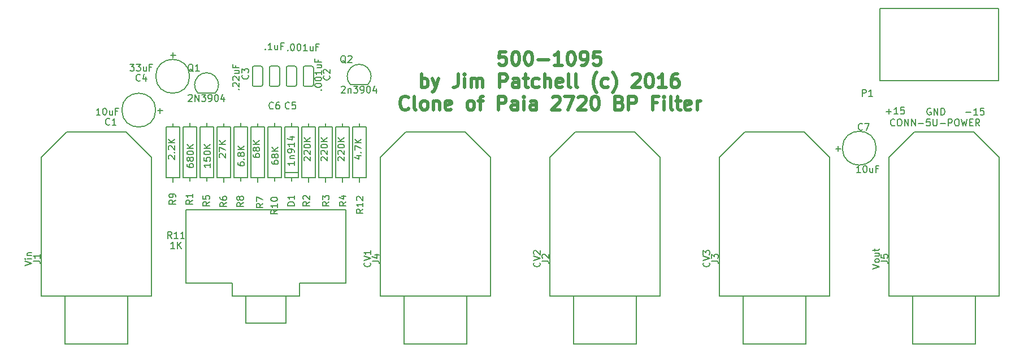
<source format=gbr>
G04 #@! TF.FileFunction,Legend,Top*
%FSLAX46Y46*%
G04 Gerber Fmt 4.6, Leading zero omitted, Abs format (unit mm)*
G04 Created by KiCad (PCBNEW (2016-02-24 BZR 6585, Git 0829446)-product) date 3/13/2016 10:01:12 PM*
%MOMM*%
G01*
G04 APERTURE LIST*
%ADD10C,0.100000*%
%ADD11C,0.508000*%
%ADD12C,0.150000*%
G04 APERTURE END LIST*
D10*
D11*
X162965191Y-90276438D02*
X161997572Y-90276438D01*
X161900810Y-91244057D01*
X161997572Y-91147295D01*
X162191095Y-91050533D01*
X162674905Y-91050533D01*
X162868429Y-91147295D01*
X162965191Y-91244057D01*
X163061952Y-91437581D01*
X163061952Y-91921390D01*
X162965191Y-92114914D01*
X162868429Y-92211676D01*
X162674905Y-92308438D01*
X162191095Y-92308438D01*
X161997572Y-92211676D01*
X161900810Y-92114914D01*
X164319857Y-90276438D02*
X164513381Y-90276438D01*
X164706905Y-90373200D01*
X164803667Y-90469962D01*
X164900429Y-90663486D01*
X164997190Y-91050533D01*
X164997190Y-91534343D01*
X164900429Y-91921390D01*
X164803667Y-92114914D01*
X164706905Y-92211676D01*
X164513381Y-92308438D01*
X164319857Y-92308438D01*
X164126333Y-92211676D01*
X164029571Y-92114914D01*
X163932810Y-91921390D01*
X163836048Y-91534343D01*
X163836048Y-91050533D01*
X163932810Y-90663486D01*
X164029571Y-90469962D01*
X164126333Y-90373200D01*
X164319857Y-90276438D01*
X166255095Y-90276438D02*
X166448619Y-90276438D01*
X166642143Y-90373200D01*
X166738905Y-90469962D01*
X166835667Y-90663486D01*
X166932428Y-91050533D01*
X166932428Y-91534343D01*
X166835667Y-91921390D01*
X166738905Y-92114914D01*
X166642143Y-92211676D01*
X166448619Y-92308438D01*
X166255095Y-92308438D01*
X166061571Y-92211676D01*
X165964809Y-92114914D01*
X165868048Y-91921390D01*
X165771286Y-91534343D01*
X165771286Y-91050533D01*
X165868048Y-90663486D01*
X165964809Y-90469962D01*
X166061571Y-90373200D01*
X166255095Y-90276438D01*
X167803286Y-91534343D02*
X169351476Y-91534343D01*
X171383476Y-92308438D02*
X170222334Y-92308438D01*
X170802905Y-92308438D02*
X170802905Y-90276438D01*
X170609381Y-90566724D01*
X170415857Y-90760248D01*
X170222334Y-90857010D01*
X172641381Y-90276438D02*
X172834905Y-90276438D01*
X173028429Y-90373200D01*
X173125191Y-90469962D01*
X173221953Y-90663486D01*
X173318714Y-91050533D01*
X173318714Y-91534343D01*
X173221953Y-91921390D01*
X173125191Y-92114914D01*
X173028429Y-92211676D01*
X172834905Y-92308438D01*
X172641381Y-92308438D01*
X172447857Y-92211676D01*
X172351095Y-92114914D01*
X172254334Y-91921390D01*
X172157572Y-91534343D01*
X172157572Y-91050533D01*
X172254334Y-90663486D01*
X172351095Y-90469962D01*
X172447857Y-90373200D01*
X172641381Y-90276438D01*
X174286333Y-92308438D02*
X174673381Y-92308438D01*
X174866905Y-92211676D01*
X174963667Y-92114914D01*
X175157191Y-91824629D01*
X175253952Y-91437581D01*
X175253952Y-90663486D01*
X175157191Y-90469962D01*
X175060429Y-90373200D01*
X174866905Y-90276438D01*
X174479857Y-90276438D01*
X174286333Y-90373200D01*
X174189572Y-90469962D01*
X174092810Y-90663486D01*
X174092810Y-91147295D01*
X174189572Y-91340819D01*
X174286333Y-91437581D01*
X174479857Y-91534343D01*
X174866905Y-91534343D01*
X175060429Y-91437581D01*
X175157191Y-91340819D01*
X175253952Y-91147295D01*
X177092429Y-90276438D02*
X176124810Y-90276438D01*
X176028048Y-91244057D01*
X176124810Y-91147295D01*
X176318333Y-91050533D01*
X176802143Y-91050533D01*
X176995667Y-91147295D01*
X177092429Y-91244057D01*
X177189190Y-91437581D01*
X177189190Y-91921390D01*
X177092429Y-92114914D01*
X176995667Y-92211676D01*
X176802143Y-92308438D01*
X176318333Y-92308438D01*
X176124810Y-92211676D01*
X176028048Y-92114914D01*
X150289384Y-95661238D02*
X150289384Y-93629238D01*
X150289384Y-94403333D02*
X150482907Y-94306571D01*
X150869955Y-94306571D01*
X151063479Y-94403333D01*
X151160241Y-94500095D01*
X151257003Y-94693619D01*
X151257003Y-95274190D01*
X151160241Y-95467714D01*
X151063479Y-95564476D01*
X150869955Y-95661238D01*
X150482907Y-95661238D01*
X150289384Y-95564476D01*
X151934336Y-94306571D02*
X152418145Y-95661238D01*
X152901955Y-94306571D02*
X152418145Y-95661238D01*
X152224621Y-96145048D01*
X152127860Y-96241810D01*
X151934336Y-96338571D01*
X155804811Y-93629238D02*
X155804811Y-95080667D01*
X155708049Y-95370952D01*
X155514525Y-95564476D01*
X155224240Y-95661238D01*
X155030716Y-95661238D01*
X156772430Y-95661238D02*
X156772430Y-94306571D01*
X156772430Y-93629238D02*
X156675668Y-93726000D01*
X156772430Y-93822762D01*
X156869191Y-93726000D01*
X156772430Y-93629238D01*
X156772430Y-93822762D01*
X157740049Y-95661238D02*
X157740049Y-94306571D01*
X157740049Y-94500095D02*
X157836810Y-94403333D01*
X158030334Y-94306571D01*
X158320620Y-94306571D01*
X158514144Y-94403333D01*
X158610906Y-94596857D01*
X158610906Y-95661238D01*
X158610906Y-94596857D02*
X158707668Y-94403333D01*
X158901191Y-94306571D01*
X159191477Y-94306571D01*
X159385001Y-94403333D01*
X159481763Y-94596857D01*
X159481763Y-95661238D01*
X161997572Y-95661238D02*
X161997572Y-93629238D01*
X162771667Y-93629238D01*
X162965191Y-93726000D01*
X163061952Y-93822762D01*
X163158714Y-94016286D01*
X163158714Y-94306571D01*
X163061952Y-94500095D01*
X162965191Y-94596857D01*
X162771667Y-94693619D01*
X161997572Y-94693619D01*
X164900429Y-95661238D02*
X164900429Y-94596857D01*
X164803667Y-94403333D01*
X164610143Y-94306571D01*
X164223095Y-94306571D01*
X164029572Y-94403333D01*
X164900429Y-95564476D02*
X164706905Y-95661238D01*
X164223095Y-95661238D01*
X164029572Y-95564476D01*
X163932810Y-95370952D01*
X163932810Y-95177429D01*
X164029572Y-94983905D01*
X164223095Y-94887143D01*
X164706905Y-94887143D01*
X164900429Y-94790381D01*
X165577762Y-94306571D02*
X166351857Y-94306571D01*
X165868048Y-93629238D02*
X165868048Y-95370952D01*
X165964809Y-95564476D01*
X166158333Y-95661238D01*
X166351857Y-95661238D01*
X167900048Y-95564476D02*
X167706524Y-95661238D01*
X167319476Y-95661238D01*
X167125952Y-95564476D01*
X167029191Y-95467714D01*
X166932429Y-95274190D01*
X166932429Y-94693619D01*
X167029191Y-94500095D01*
X167125952Y-94403333D01*
X167319476Y-94306571D01*
X167706524Y-94306571D01*
X167900048Y-94403333D01*
X168770905Y-95661238D02*
X168770905Y-93629238D01*
X169641762Y-95661238D02*
X169641762Y-94596857D01*
X169545000Y-94403333D01*
X169351476Y-94306571D01*
X169061190Y-94306571D01*
X168867666Y-94403333D01*
X168770905Y-94500095D01*
X171383476Y-95564476D02*
X171189952Y-95661238D01*
X170802904Y-95661238D01*
X170609381Y-95564476D01*
X170512619Y-95370952D01*
X170512619Y-94596857D01*
X170609381Y-94403333D01*
X170802904Y-94306571D01*
X171189952Y-94306571D01*
X171383476Y-94403333D01*
X171480238Y-94596857D01*
X171480238Y-94790381D01*
X170512619Y-94983905D01*
X172641380Y-95661238D02*
X172447856Y-95564476D01*
X172351095Y-95370952D01*
X172351095Y-93629238D01*
X173705761Y-95661238D02*
X173512237Y-95564476D01*
X173415476Y-95370952D01*
X173415476Y-93629238D01*
X176608618Y-96435333D02*
X176511856Y-96338571D01*
X176318332Y-96048286D01*
X176221570Y-95854762D01*
X176124808Y-95564476D01*
X176028047Y-95080667D01*
X176028047Y-94693619D01*
X176124808Y-94209810D01*
X176221570Y-93919524D01*
X176318332Y-93726000D01*
X176511856Y-93435714D01*
X176608618Y-93338952D01*
X178253571Y-95564476D02*
X178060047Y-95661238D01*
X177672999Y-95661238D01*
X177479475Y-95564476D01*
X177382714Y-95467714D01*
X177285952Y-95274190D01*
X177285952Y-94693619D01*
X177382714Y-94500095D01*
X177479475Y-94403333D01*
X177672999Y-94306571D01*
X178060047Y-94306571D01*
X178253571Y-94403333D01*
X178930904Y-96435333D02*
X179027666Y-96338571D01*
X179221189Y-96048286D01*
X179317951Y-95854762D01*
X179414713Y-95564476D01*
X179511475Y-95080667D01*
X179511475Y-94693619D01*
X179414713Y-94209810D01*
X179317951Y-93919524D01*
X179221189Y-93726000D01*
X179027666Y-93435714D01*
X178930904Y-93338952D01*
X181930523Y-93822762D02*
X182027285Y-93726000D01*
X182220808Y-93629238D01*
X182704618Y-93629238D01*
X182898142Y-93726000D01*
X182994904Y-93822762D01*
X183091665Y-94016286D01*
X183091665Y-94209810D01*
X182994904Y-94500095D01*
X181833761Y-95661238D01*
X183091665Y-95661238D01*
X184349570Y-93629238D02*
X184543094Y-93629238D01*
X184736618Y-93726000D01*
X184833380Y-93822762D01*
X184930142Y-94016286D01*
X185026903Y-94403333D01*
X185026903Y-94887143D01*
X184930142Y-95274190D01*
X184833380Y-95467714D01*
X184736618Y-95564476D01*
X184543094Y-95661238D01*
X184349570Y-95661238D01*
X184156046Y-95564476D01*
X184059284Y-95467714D01*
X183962523Y-95274190D01*
X183865761Y-94887143D01*
X183865761Y-94403333D01*
X183962523Y-94016286D01*
X184059284Y-93822762D01*
X184156046Y-93726000D01*
X184349570Y-93629238D01*
X186962141Y-95661238D02*
X185800999Y-95661238D01*
X186381570Y-95661238D02*
X186381570Y-93629238D01*
X186188046Y-93919524D01*
X185994522Y-94113048D01*
X185800999Y-94209810D01*
X188703856Y-93629238D02*
X188316808Y-93629238D01*
X188123284Y-93726000D01*
X188026522Y-93822762D01*
X187832999Y-94113048D01*
X187736237Y-94500095D01*
X187736237Y-95274190D01*
X187832999Y-95467714D01*
X187929760Y-95564476D01*
X188123284Y-95661238D01*
X188510332Y-95661238D01*
X188703856Y-95564476D01*
X188800618Y-95467714D01*
X188897379Y-95274190D01*
X188897379Y-94790381D01*
X188800618Y-94596857D01*
X188703856Y-94500095D01*
X188510332Y-94403333D01*
X188123284Y-94403333D01*
X187929760Y-94500095D01*
X187832999Y-94596857D01*
X187736237Y-94790381D01*
X148354145Y-98820514D02*
X148257383Y-98917276D01*
X147967098Y-99014038D01*
X147773574Y-99014038D01*
X147483288Y-98917276D01*
X147289764Y-98723752D01*
X147193003Y-98530229D01*
X147096241Y-98143181D01*
X147096241Y-97852895D01*
X147193003Y-97465848D01*
X147289764Y-97272324D01*
X147483288Y-97078800D01*
X147773574Y-96982038D01*
X147967098Y-96982038D01*
X148257383Y-97078800D01*
X148354145Y-97175562D01*
X149515288Y-99014038D02*
X149321764Y-98917276D01*
X149225003Y-98723752D01*
X149225003Y-96982038D01*
X150579669Y-99014038D02*
X150386145Y-98917276D01*
X150289384Y-98820514D01*
X150192622Y-98626990D01*
X150192622Y-98046419D01*
X150289384Y-97852895D01*
X150386145Y-97756133D01*
X150579669Y-97659371D01*
X150869955Y-97659371D01*
X151063479Y-97756133D01*
X151160241Y-97852895D01*
X151257003Y-98046419D01*
X151257003Y-98626990D01*
X151160241Y-98820514D01*
X151063479Y-98917276D01*
X150869955Y-99014038D01*
X150579669Y-99014038D01*
X152127860Y-97659371D02*
X152127860Y-99014038D01*
X152127860Y-97852895D02*
X152224621Y-97756133D01*
X152418145Y-97659371D01*
X152708431Y-97659371D01*
X152901955Y-97756133D01*
X152998717Y-97949657D01*
X152998717Y-99014038D01*
X154740431Y-98917276D02*
X154546907Y-99014038D01*
X154159859Y-99014038D01*
X153966336Y-98917276D01*
X153869574Y-98723752D01*
X153869574Y-97949657D01*
X153966336Y-97756133D01*
X154159859Y-97659371D01*
X154546907Y-97659371D01*
X154740431Y-97756133D01*
X154837193Y-97949657D01*
X154837193Y-98143181D01*
X153869574Y-98336705D01*
X157546525Y-99014038D02*
X157353001Y-98917276D01*
X157256240Y-98820514D01*
X157159478Y-98626990D01*
X157159478Y-98046419D01*
X157256240Y-97852895D01*
X157353001Y-97756133D01*
X157546525Y-97659371D01*
X157836811Y-97659371D01*
X158030335Y-97756133D01*
X158127097Y-97852895D01*
X158223859Y-98046419D01*
X158223859Y-98626990D01*
X158127097Y-98820514D01*
X158030335Y-98917276D01*
X157836811Y-99014038D01*
X157546525Y-99014038D01*
X158804430Y-97659371D02*
X159578525Y-97659371D01*
X159094716Y-99014038D02*
X159094716Y-97272324D01*
X159191477Y-97078800D01*
X159385001Y-96982038D01*
X159578525Y-96982038D01*
X161804049Y-99014038D02*
X161804049Y-96982038D01*
X162578144Y-96982038D01*
X162771668Y-97078800D01*
X162868429Y-97175562D01*
X162965191Y-97369086D01*
X162965191Y-97659371D01*
X162868429Y-97852895D01*
X162771668Y-97949657D01*
X162578144Y-98046419D01*
X161804049Y-98046419D01*
X164706906Y-99014038D02*
X164706906Y-97949657D01*
X164610144Y-97756133D01*
X164416620Y-97659371D01*
X164029572Y-97659371D01*
X163836049Y-97756133D01*
X164706906Y-98917276D02*
X164513382Y-99014038D01*
X164029572Y-99014038D01*
X163836049Y-98917276D01*
X163739287Y-98723752D01*
X163739287Y-98530229D01*
X163836049Y-98336705D01*
X164029572Y-98239943D01*
X164513382Y-98239943D01*
X164706906Y-98143181D01*
X165674525Y-99014038D02*
X165674525Y-97659371D01*
X165674525Y-96982038D02*
X165577763Y-97078800D01*
X165674525Y-97175562D01*
X165771286Y-97078800D01*
X165674525Y-96982038D01*
X165674525Y-97175562D01*
X167513001Y-99014038D02*
X167513001Y-97949657D01*
X167416239Y-97756133D01*
X167222715Y-97659371D01*
X166835667Y-97659371D01*
X166642144Y-97756133D01*
X167513001Y-98917276D02*
X167319477Y-99014038D01*
X166835667Y-99014038D01*
X166642144Y-98917276D01*
X166545382Y-98723752D01*
X166545382Y-98530229D01*
X166642144Y-98336705D01*
X166835667Y-98239943D01*
X167319477Y-98239943D01*
X167513001Y-98143181D01*
X169932048Y-97175562D02*
X170028810Y-97078800D01*
X170222333Y-96982038D01*
X170706143Y-96982038D01*
X170899667Y-97078800D01*
X170996429Y-97175562D01*
X171093190Y-97369086D01*
X171093190Y-97562610D01*
X170996429Y-97852895D01*
X169835286Y-99014038D01*
X171093190Y-99014038D01*
X171770524Y-96982038D02*
X173125190Y-96982038D01*
X172254333Y-99014038D01*
X173802524Y-97175562D02*
X173899286Y-97078800D01*
X174092809Y-96982038D01*
X174576619Y-96982038D01*
X174770143Y-97078800D01*
X174866905Y-97175562D01*
X174963666Y-97369086D01*
X174963666Y-97562610D01*
X174866905Y-97852895D01*
X173705762Y-99014038D01*
X174963666Y-99014038D01*
X176221571Y-96982038D02*
X176415095Y-96982038D01*
X176608619Y-97078800D01*
X176705381Y-97175562D01*
X176802143Y-97369086D01*
X176898904Y-97756133D01*
X176898904Y-98239943D01*
X176802143Y-98626990D01*
X176705381Y-98820514D01*
X176608619Y-98917276D01*
X176415095Y-99014038D01*
X176221571Y-99014038D01*
X176028047Y-98917276D01*
X175931285Y-98820514D01*
X175834524Y-98626990D01*
X175737762Y-98239943D01*
X175737762Y-97756133D01*
X175834524Y-97369086D01*
X175931285Y-97175562D01*
X176028047Y-97078800D01*
X176221571Y-96982038D01*
X179995285Y-97949657D02*
X180285571Y-98046419D01*
X180382332Y-98143181D01*
X180479094Y-98336705D01*
X180479094Y-98626990D01*
X180382332Y-98820514D01*
X180285571Y-98917276D01*
X180092047Y-99014038D01*
X179317952Y-99014038D01*
X179317952Y-96982038D01*
X179995285Y-96982038D01*
X180188809Y-97078800D01*
X180285571Y-97175562D01*
X180382332Y-97369086D01*
X180382332Y-97562610D01*
X180285571Y-97756133D01*
X180188809Y-97852895D01*
X179995285Y-97949657D01*
X179317952Y-97949657D01*
X181349952Y-99014038D02*
X181349952Y-96982038D01*
X182124047Y-96982038D01*
X182317571Y-97078800D01*
X182414332Y-97175562D01*
X182511094Y-97369086D01*
X182511094Y-97659371D01*
X182414332Y-97852895D01*
X182317571Y-97949657D01*
X182124047Y-98046419D01*
X181349952Y-98046419D01*
X185607475Y-97949657D02*
X184930142Y-97949657D01*
X184930142Y-99014038D02*
X184930142Y-96982038D01*
X185897761Y-96982038D01*
X186671856Y-99014038D02*
X186671856Y-97659371D01*
X186671856Y-96982038D02*
X186575094Y-97078800D01*
X186671856Y-97175562D01*
X186768617Y-97078800D01*
X186671856Y-96982038D01*
X186671856Y-97175562D01*
X187929760Y-99014038D02*
X187736236Y-98917276D01*
X187639475Y-98723752D01*
X187639475Y-96982038D01*
X188413570Y-97659371D02*
X189187665Y-97659371D01*
X188703856Y-96982038D02*
X188703856Y-98723752D01*
X188800617Y-98917276D01*
X188994141Y-99014038D01*
X189187665Y-99014038D01*
X190639094Y-98917276D02*
X190445570Y-99014038D01*
X190058522Y-99014038D01*
X189864999Y-98917276D01*
X189768237Y-98723752D01*
X189768237Y-97949657D01*
X189864999Y-97756133D01*
X190058522Y-97659371D01*
X190445570Y-97659371D01*
X190639094Y-97756133D01*
X190735856Y-97949657D01*
X190735856Y-98143181D01*
X189768237Y-98336705D01*
X191606713Y-99014038D02*
X191606713Y-97659371D01*
X191606713Y-98046419D02*
X191703474Y-97852895D01*
X191800236Y-97756133D01*
X191993760Y-97659371D01*
X192187284Y-97659371D01*
D12*
X131826000Y-108458000D02*
X129794000Y-108458000D01*
X129794000Y-109220000D02*
X131826000Y-109220000D01*
X129794000Y-101600000D02*
X131826000Y-101600000D01*
X130810000Y-109220000D02*
X130810000Y-109728000D01*
X130810000Y-100965000D02*
X130810000Y-101600000D01*
X131826000Y-109220000D02*
X131826000Y-101600000D01*
X129794000Y-101600000D02*
X129794000Y-109220000D01*
X106299000Y-127000000D02*
X106299000Y-134188200D01*
X106299000Y-134188200D02*
X96901000Y-134188200D01*
X96901000Y-134188200D02*
X96901000Y-127000000D01*
X97155000Y-102311200D02*
X106045000Y-102311200D01*
X106045000Y-102311200D02*
X109855000Y-106121200D01*
X109855000Y-106121200D02*
X109855000Y-127000000D01*
X109855000Y-127000000D02*
X93345000Y-127000000D01*
X93345000Y-127000000D02*
X93345000Y-106121200D01*
X93345000Y-106121200D02*
X97155000Y-102311200D01*
X182499000Y-127000000D02*
X182499000Y-134188200D01*
X182499000Y-134188200D02*
X173101000Y-134188200D01*
X173101000Y-134188200D02*
X173101000Y-127000000D01*
X173355000Y-102311200D02*
X182245000Y-102311200D01*
X182245000Y-102311200D02*
X186055000Y-106121200D01*
X186055000Y-106121200D02*
X186055000Y-127000000D01*
X186055000Y-127000000D02*
X169545000Y-127000000D01*
X169545000Y-127000000D02*
X169545000Y-106121200D01*
X169545000Y-106121200D02*
X173355000Y-102311200D01*
X207899000Y-127000000D02*
X207899000Y-134188200D01*
X207899000Y-134188200D02*
X198501000Y-134188200D01*
X198501000Y-134188200D02*
X198501000Y-127000000D01*
X198755000Y-102311200D02*
X207645000Y-102311200D01*
X207645000Y-102311200D02*
X211455000Y-106121200D01*
X211455000Y-106121200D02*
X211455000Y-127000000D01*
X211455000Y-127000000D02*
X194945000Y-127000000D01*
X194945000Y-127000000D02*
X194945000Y-106121200D01*
X194945000Y-106121200D02*
X198755000Y-102311200D01*
X157099000Y-127000000D02*
X157099000Y-134188200D01*
X157099000Y-134188200D02*
X147701000Y-134188200D01*
X147701000Y-134188200D02*
X147701000Y-127000000D01*
X147955000Y-102311200D02*
X156845000Y-102311200D01*
X156845000Y-102311200D02*
X160655000Y-106121200D01*
X160655000Y-106121200D02*
X160655000Y-127000000D01*
X160655000Y-127000000D02*
X144145000Y-127000000D01*
X144145000Y-127000000D02*
X144145000Y-106121200D01*
X144145000Y-106121200D02*
X147955000Y-102311200D01*
X233299000Y-127000000D02*
X233299000Y-134188200D01*
X233299000Y-134188200D02*
X223901000Y-134188200D01*
X223901000Y-134188200D02*
X223901000Y-127000000D01*
X224155000Y-102311200D02*
X233045000Y-102311200D01*
X233045000Y-102311200D02*
X236855000Y-106121200D01*
X236855000Y-106121200D02*
X236855000Y-127000000D01*
X236855000Y-127000000D02*
X220345000Y-127000000D01*
X220345000Y-127000000D02*
X220345000Y-106121200D01*
X220345000Y-106121200D02*
X224155000Y-102311200D01*
X218998800Y-94615000D02*
X236778800Y-94615000D01*
X236778800Y-94615000D02*
X236778800Y-83820000D01*
X236778800Y-83820000D02*
X218998800Y-83820000D01*
X218998800Y-83820000D02*
X218998800Y-94615000D01*
X114554000Y-109220000D02*
X116586000Y-109220000D01*
X114554000Y-101600000D02*
X116586000Y-101600000D01*
X115570000Y-109220000D02*
X115570000Y-109728000D01*
X115570000Y-100965000D02*
X115570000Y-101600000D01*
X116586000Y-109220000D02*
X116586000Y-101600000D01*
X114554000Y-101600000D02*
X114554000Y-109220000D01*
X134366000Y-101600000D02*
X132334000Y-101600000D01*
X134366000Y-109220000D02*
X132334000Y-109220000D01*
X133350000Y-101600000D02*
X133350000Y-101092000D01*
X133350000Y-109855000D02*
X133350000Y-109220000D01*
X132334000Y-101600000D02*
X132334000Y-109220000D01*
X134366000Y-109220000D02*
X134366000Y-101600000D01*
X136906000Y-101600000D02*
X134874000Y-101600000D01*
X136906000Y-109220000D02*
X134874000Y-109220000D01*
X135890000Y-101600000D02*
X135890000Y-101092000D01*
X135890000Y-109855000D02*
X135890000Y-109220000D01*
X134874000Y-101600000D02*
X134874000Y-109220000D01*
X136906000Y-109220000D02*
X136906000Y-101600000D01*
X139446000Y-101600000D02*
X137414000Y-101600000D01*
X139446000Y-109220000D02*
X137414000Y-109220000D01*
X138430000Y-101600000D02*
X138430000Y-101092000D01*
X138430000Y-109855000D02*
X138430000Y-109220000D01*
X137414000Y-101600000D02*
X137414000Y-109220000D01*
X139446000Y-109220000D02*
X139446000Y-101600000D01*
X117094000Y-109220000D02*
X119126000Y-109220000D01*
X117094000Y-101600000D02*
X119126000Y-101600000D01*
X118110000Y-109220000D02*
X118110000Y-109728000D01*
X118110000Y-100965000D02*
X118110000Y-101600000D01*
X119126000Y-109220000D02*
X119126000Y-101600000D01*
X117094000Y-101600000D02*
X117094000Y-109220000D01*
X121666000Y-101600000D02*
X119634000Y-101600000D01*
X121666000Y-109220000D02*
X119634000Y-109220000D01*
X120650000Y-101600000D02*
X120650000Y-101092000D01*
X120650000Y-109855000D02*
X120650000Y-109220000D01*
X119634000Y-101600000D02*
X119634000Y-109220000D01*
X121666000Y-109220000D02*
X121666000Y-101600000D01*
X126746000Y-101600000D02*
X124714000Y-101600000D01*
X126746000Y-109220000D02*
X124714000Y-109220000D01*
X125730000Y-101600000D02*
X125730000Y-101092000D01*
X125730000Y-109855000D02*
X125730000Y-109220000D01*
X124714000Y-101600000D02*
X124714000Y-109220000D01*
X126746000Y-109220000D02*
X126746000Y-101600000D01*
X122174000Y-109220000D02*
X124206000Y-109220000D01*
X122174000Y-101600000D02*
X124206000Y-101600000D01*
X123190000Y-109220000D02*
X123190000Y-109728000D01*
X123190000Y-100965000D02*
X123190000Y-101600000D01*
X124206000Y-109220000D02*
X124206000Y-101600000D01*
X122174000Y-101600000D02*
X122174000Y-109220000D01*
X114046000Y-101600000D02*
X112014000Y-101600000D01*
X114046000Y-109220000D02*
X112014000Y-109220000D01*
X113030000Y-101600000D02*
X113030000Y-101092000D01*
X113030000Y-109855000D02*
X113030000Y-109220000D01*
X112014000Y-101600000D02*
X112014000Y-109220000D01*
X114046000Y-109220000D02*
X114046000Y-101600000D01*
X127254000Y-109220000D02*
X129286000Y-109220000D01*
X127254000Y-101600000D02*
X129286000Y-101600000D01*
X128270000Y-109220000D02*
X128270000Y-109728000D01*
X128270000Y-100965000D02*
X128270000Y-101600000D01*
X129286000Y-109220000D02*
X129286000Y-101600000D01*
X127254000Y-101600000D02*
X127254000Y-109220000D01*
X130000000Y-127000000D02*
X130000000Y-131000000D01*
X130000000Y-131000000D02*
X124000000Y-131000000D01*
X124000000Y-131000000D02*
X124000000Y-127000000D01*
X122000000Y-125000000D02*
X115000000Y-125000000D01*
X115000000Y-125000000D02*
X115000000Y-114000000D01*
X115000000Y-114000000D02*
X139000000Y-114000000D01*
X139000000Y-114000000D02*
X139000000Y-125000000D01*
X139000000Y-125000000D02*
X132000000Y-125000000D01*
X127000000Y-127000000D02*
X122000000Y-127000000D01*
X122000000Y-127000000D02*
X122000000Y-125000000D01*
X127000000Y-127000000D02*
X132000000Y-127000000D01*
X132000000Y-127000000D02*
X132000000Y-125000000D01*
X141986000Y-101600000D02*
X139954000Y-101600000D01*
X141986000Y-109220000D02*
X139954000Y-109220000D01*
X140970000Y-101600000D02*
X140970000Y-101092000D01*
X140970000Y-109855000D02*
X140970000Y-109220000D01*
X139954000Y-101600000D02*
X139954000Y-109220000D01*
X141986000Y-109220000D02*
X141986000Y-101600000D01*
X218440000Y-104775000D02*
G75*
G03X218440000Y-104775000I-2540000J0D01*
G01*
X115570000Y-93980000D02*
G75*
G03X115570000Y-93980000I-2540000J0D01*
G01*
X110490000Y-99060000D02*
G75*
G03X110490000Y-99060000I-2540000J0D01*
G01*
X116840000Y-93980000D02*
G75*
G03X116840000Y-96520000I1270000J-1270000D01*
G01*
X119380000Y-93980000D02*
G75*
G03X116840000Y-93980000I-1270000J-1270000D01*
G01*
X119380000Y-96520000D02*
G75*
G03X119380000Y-93980000I-1270000J1270000D01*
G01*
X116840000Y-96520000D02*
X119380000Y-96520000D01*
X139700000Y-92710000D02*
G75*
G03X139700000Y-95250000I1270000J-1270000D01*
G01*
X142240000Y-92710000D02*
G75*
G03X139700000Y-92710000I-1270000J-1270000D01*
G01*
X142240000Y-95250000D02*
G75*
G03X142240000Y-92710000I-1270000J1270000D01*
G01*
X139700000Y-95250000D02*
X142240000Y-95250000D01*
X126492000Y-92710000D02*
G75*
G03X126238000Y-92456000I-254000J0D01*
G01*
X126238000Y-95504000D02*
G75*
G03X126492000Y-95250000I0J254000D01*
G01*
X124968000Y-95250000D02*
G75*
G03X125222000Y-95504000I254000J0D01*
G01*
X125222000Y-92456000D02*
G75*
G03X124968000Y-92710000I0J-254000D01*
G01*
X124968000Y-92710000D02*
X124968000Y-95250000D01*
X126492000Y-95250000D02*
X126492000Y-92710000D01*
X125222000Y-95504000D02*
X126238000Y-95504000D01*
X125730000Y-92456000D02*
X126238000Y-92456000D01*
X125730000Y-92456000D02*
X125222000Y-92456000D01*
X129032000Y-92710000D02*
G75*
G03X128778000Y-92456000I-254000J0D01*
G01*
X128778000Y-95504000D02*
G75*
G03X129032000Y-95250000I0J254000D01*
G01*
X127508000Y-95250000D02*
G75*
G03X127762000Y-95504000I254000J0D01*
G01*
X127762000Y-92456000D02*
G75*
G03X127508000Y-92710000I0J-254000D01*
G01*
X127508000Y-92710000D02*
X127508000Y-95250000D01*
X129032000Y-95250000D02*
X129032000Y-92710000D01*
X127762000Y-95504000D02*
X128778000Y-95504000D01*
X128270000Y-92456000D02*
X128778000Y-92456000D01*
X128270000Y-92456000D02*
X127762000Y-92456000D01*
X131572000Y-92710000D02*
G75*
G03X131318000Y-92456000I-254000J0D01*
G01*
X131318000Y-95504000D02*
G75*
G03X131572000Y-95250000I0J254000D01*
G01*
X130048000Y-95250000D02*
G75*
G03X130302000Y-95504000I254000J0D01*
G01*
X130302000Y-92456000D02*
G75*
G03X130048000Y-92710000I0J-254000D01*
G01*
X130048000Y-92710000D02*
X130048000Y-95250000D01*
X131572000Y-95250000D02*
X131572000Y-92710000D01*
X130302000Y-95504000D02*
X131318000Y-95504000D01*
X130810000Y-92456000D02*
X131318000Y-92456000D01*
X130810000Y-92456000D02*
X130302000Y-92456000D01*
X134112000Y-92710000D02*
G75*
G03X133858000Y-92456000I-254000J0D01*
G01*
X133858000Y-95504000D02*
G75*
G03X134112000Y-95250000I0J254000D01*
G01*
X132588000Y-95250000D02*
G75*
G03X132842000Y-95504000I254000J0D01*
G01*
X132842000Y-92456000D02*
G75*
G03X132588000Y-92710000I0J-254000D01*
G01*
X132588000Y-92710000D02*
X132588000Y-95250000D01*
X134112000Y-95250000D02*
X134112000Y-92710000D01*
X132842000Y-95504000D02*
X133858000Y-95504000D01*
X133350000Y-92456000D02*
X133858000Y-92456000D01*
X133350000Y-92456000D02*
X132842000Y-92456000D01*
X131262381Y-113387095D02*
X130262381Y-113387095D01*
X130262381Y-113149000D01*
X130310000Y-113006142D01*
X130405238Y-112910904D01*
X130500476Y-112863285D01*
X130690952Y-112815666D01*
X130833810Y-112815666D01*
X131024286Y-112863285D01*
X131119524Y-112910904D01*
X131214762Y-113006142D01*
X131262381Y-113149000D01*
X131262381Y-113387095D01*
X131262381Y-111863285D02*
X131262381Y-112434714D01*
X131262381Y-112149000D02*
X130262381Y-112149000D01*
X130405238Y-112244238D01*
X130500476Y-112339476D01*
X130548095Y-112434714D01*
X131262381Y-106751238D02*
X131262381Y-107322667D01*
X131262381Y-107036953D02*
X130262381Y-107036953D01*
X130405238Y-107132191D01*
X130500476Y-107227429D01*
X130548095Y-107322667D01*
X130595714Y-106322667D02*
X131262381Y-106322667D01*
X130690952Y-106322667D02*
X130643333Y-106275048D01*
X130595714Y-106179810D01*
X130595714Y-106036952D01*
X130643333Y-105941714D01*
X130738571Y-105894095D01*
X131262381Y-105894095D01*
X131262381Y-105370286D02*
X131262381Y-105179810D01*
X131214762Y-105084571D01*
X131167143Y-105036952D01*
X131024286Y-104941714D01*
X130833810Y-104894095D01*
X130452857Y-104894095D01*
X130357619Y-104941714D01*
X130310000Y-104989333D01*
X130262381Y-105084571D01*
X130262381Y-105275048D01*
X130310000Y-105370286D01*
X130357619Y-105417905D01*
X130452857Y-105465524D01*
X130690952Y-105465524D01*
X130786190Y-105417905D01*
X130833810Y-105370286D01*
X130881429Y-105275048D01*
X130881429Y-105084571D01*
X130833810Y-104989333D01*
X130786190Y-104941714D01*
X130690952Y-104894095D01*
X131262381Y-103941714D02*
X131262381Y-104513143D01*
X131262381Y-104227429D02*
X130262381Y-104227429D01*
X130405238Y-104322667D01*
X130500476Y-104417905D01*
X130548095Y-104513143D01*
X130595714Y-103084571D02*
X131262381Y-103084571D01*
X130214762Y-103322667D02*
X130929048Y-103560762D01*
X130929048Y-102941714D01*
X92162381Y-121694533D02*
X92876667Y-121694533D01*
X93019524Y-121742153D01*
X93114762Y-121837391D01*
X93162381Y-121980248D01*
X93162381Y-122075486D01*
X93162381Y-120694533D02*
X93162381Y-121265962D01*
X93162381Y-120980248D02*
X92162381Y-120980248D01*
X92305238Y-121075486D01*
X92400476Y-121170724D01*
X92448095Y-121265962D01*
X90892381Y-122385009D02*
X91892381Y-122051676D01*
X90892381Y-121718342D01*
X91892381Y-121385009D02*
X91225714Y-121385009D01*
X90892381Y-121385009D02*
X90940000Y-121432628D01*
X90987619Y-121385009D01*
X90940000Y-121337390D01*
X90892381Y-121385009D01*
X90987619Y-121385009D01*
X91225714Y-120908819D02*
X91892381Y-120908819D01*
X91320952Y-120908819D02*
X91273333Y-120861200D01*
X91225714Y-120765962D01*
X91225714Y-120623104D01*
X91273333Y-120527866D01*
X91368571Y-120480247D01*
X91892381Y-120480247D01*
X168362381Y-121694533D02*
X169076667Y-121694533D01*
X169219524Y-121742153D01*
X169314762Y-121837391D01*
X169362381Y-121980248D01*
X169362381Y-122075486D01*
X168457619Y-121265962D02*
X168410000Y-121218343D01*
X168362381Y-121123105D01*
X168362381Y-120885009D01*
X168410000Y-120789771D01*
X168457619Y-120742152D01*
X168552857Y-120694533D01*
X168648095Y-120694533D01*
X168790952Y-120742152D01*
X169362381Y-121313581D01*
X169362381Y-120694533D01*
X167997143Y-121956438D02*
X168044762Y-122004057D01*
X168092381Y-122146914D01*
X168092381Y-122242152D01*
X168044762Y-122385010D01*
X167949524Y-122480248D01*
X167854286Y-122527867D01*
X167663810Y-122575486D01*
X167520952Y-122575486D01*
X167330476Y-122527867D01*
X167235238Y-122480248D01*
X167140000Y-122385010D01*
X167092381Y-122242152D01*
X167092381Y-122146914D01*
X167140000Y-122004057D01*
X167187619Y-121956438D01*
X167092381Y-121670724D02*
X168092381Y-121337391D01*
X167092381Y-121004057D01*
X167187619Y-120718343D02*
X167140000Y-120670724D01*
X167092381Y-120575486D01*
X167092381Y-120337390D01*
X167140000Y-120242152D01*
X167187619Y-120194533D01*
X167282857Y-120146914D01*
X167378095Y-120146914D01*
X167520952Y-120194533D01*
X168092381Y-120765962D01*
X168092381Y-120146914D01*
X193762381Y-121694533D02*
X194476667Y-121694533D01*
X194619524Y-121742153D01*
X194714762Y-121837391D01*
X194762381Y-121980248D01*
X194762381Y-122075486D01*
X193762381Y-121313581D02*
X193762381Y-120694533D01*
X194143333Y-121027867D01*
X194143333Y-120885009D01*
X194190952Y-120789771D01*
X194238571Y-120742152D01*
X194333810Y-120694533D01*
X194571905Y-120694533D01*
X194667143Y-120742152D01*
X194714762Y-120789771D01*
X194762381Y-120885009D01*
X194762381Y-121170724D01*
X194714762Y-121265962D01*
X194667143Y-121313581D01*
X193397143Y-121956438D02*
X193444762Y-122004057D01*
X193492381Y-122146914D01*
X193492381Y-122242152D01*
X193444762Y-122385010D01*
X193349524Y-122480248D01*
X193254286Y-122527867D01*
X193063810Y-122575486D01*
X192920952Y-122575486D01*
X192730476Y-122527867D01*
X192635238Y-122480248D01*
X192540000Y-122385010D01*
X192492381Y-122242152D01*
X192492381Y-122146914D01*
X192540000Y-122004057D01*
X192587619Y-121956438D01*
X192492381Y-121670724D02*
X193492381Y-121337391D01*
X192492381Y-121004057D01*
X192492381Y-120765962D02*
X192492381Y-120146914D01*
X192873333Y-120480248D01*
X192873333Y-120337390D01*
X192920952Y-120242152D01*
X192968571Y-120194533D01*
X193063810Y-120146914D01*
X193301905Y-120146914D01*
X193397143Y-120194533D01*
X193444762Y-120242152D01*
X193492381Y-120337390D01*
X193492381Y-120623105D01*
X193444762Y-120718343D01*
X193397143Y-120765962D01*
X142962381Y-121694533D02*
X143676667Y-121694533D01*
X143819524Y-121742153D01*
X143914762Y-121837391D01*
X143962381Y-121980248D01*
X143962381Y-122075486D01*
X143295714Y-120789771D02*
X143962381Y-120789771D01*
X142914762Y-121027867D02*
X143629048Y-121265962D01*
X143629048Y-120646914D01*
X142597143Y-121956438D02*
X142644762Y-122004057D01*
X142692381Y-122146914D01*
X142692381Y-122242152D01*
X142644762Y-122385010D01*
X142549524Y-122480248D01*
X142454286Y-122527867D01*
X142263810Y-122575486D01*
X142120952Y-122575486D01*
X141930476Y-122527867D01*
X141835238Y-122480248D01*
X141740000Y-122385010D01*
X141692381Y-122242152D01*
X141692381Y-122146914D01*
X141740000Y-122004057D01*
X141787619Y-121956438D01*
X141692381Y-121670724D02*
X142692381Y-121337391D01*
X141692381Y-121004057D01*
X142692381Y-120146914D02*
X142692381Y-120718343D01*
X142692381Y-120432629D02*
X141692381Y-120432629D01*
X141835238Y-120527867D01*
X141930476Y-120623105D01*
X141978095Y-120718343D01*
X219162381Y-121694533D02*
X219876667Y-121694533D01*
X220019524Y-121742153D01*
X220114762Y-121837391D01*
X220162381Y-121980248D01*
X220162381Y-122075486D01*
X219162381Y-120742152D02*
X219162381Y-121218343D01*
X219638571Y-121265962D01*
X219590952Y-121218343D01*
X219543333Y-121123105D01*
X219543333Y-120885009D01*
X219590952Y-120789771D01*
X219638571Y-120742152D01*
X219733810Y-120694533D01*
X219971905Y-120694533D01*
X220067143Y-120742152D01*
X220114762Y-120789771D01*
X220162381Y-120885009D01*
X220162381Y-121123105D01*
X220114762Y-121218343D01*
X220067143Y-121265962D01*
X217892381Y-122885010D02*
X218892381Y-122551677D01*
X217892381Y-122218343D01*
X218892381Y-121742153D02*
X218844762Y-121837391D01*
X218797143Y-121885010D01*
X218701905Y-121932629D01*
X218416190Y-121932629D01*
X218320952Y-121885010D01*
X218273333Y-121837391D01*
X218225714Y-121742153D01*
X218225714Y-121599295D01*
X218273333Y-121504057D01*
X218320952Y-121456438D01*
X218416190Y-121408819D01*
X218701905Y-121408819D01*
X218797143Y-121456438D01*
X218844762Y-121504057D01*
X218892381Y-121599295D01*
X218892381Y-121742153D01*
X218225714Y-120551676D02*
X218892381Y-120551676D01*
X218225714Y-120980248D02*
X218749524Y-120980248D01*
X218844762Y-120932629D01*
X218892381Y-120837391D01*
X218892381Y-120694533D01*
X218844762Y-120599295D01*
X218797143Y-120551676D01*
X218225714Y-120218343D02*
X218225714Y-119837391D01*
X217892381Y-120075486D02*
X218749524Y-120075486D01*
X218844762Y-120027867D01*
X218892381Y-119932629D01*
X218892381Y-119837391D01*
X216355705Y-96972381D02*
X216355705Y-95972381D01*
X216736658Y-95972381D01*
X216831896Y-96020000D01*
X216879515Y-96067619D01*
X216927134Y-96162857D01*
X216927134Y-96305714D01*
X216879515Y-96400952D01*
X216831896Y-96448571D01*
X216736658Y-96496190D01*
X216355705Y-96496190D01*
X217879515Y-96972381D02*
X217308086Y-96972381D01*
X217593800Y-96972381D02*
X217593800Y-95972381D01*
X217498562Y-96115238D01*
X217403324Y-96210476D01*
X217308086Y-96258095D01*
X221206182Y-101322143D02*
X221158563Y-101369762D01*
X221015706Y-101417381D01*
X220920468Y-101417381D01*
X220777610Y-101369762D01*
X220682372Y-101274524D01*
X220634753Y-101179286D01*
X220587134Y-100988810D01*
X220587134Y-100845952D01*
X220634753Y-100655476D01*
X220682372Y-100560238D01*
X220777610Y-100465000D01*
X220920468Y-100417381D01*
X221015706Y-100417381D01*
X221158563Y-100465000D01*
X221206182Y-100512619D01*
X221825229Y-100417381D02*
X222015706Y-100417381D01*
X222110944Y-100465000D01*
X222206182Y-100560238D01*
X222253801Y-100750714D01*
X222253801Y-101084048D01*
X222206182Y-101274524D01*
X222110944Y-101369762D01*
X222015706Y-101417381D01*
X221825229Y-101417381D01*
X221729991Y-101369762D01*
X221634753Y-101274524D01*
X221587134Y-101084048D01*
X221587134Y-100750714D01*
X221634753Y-100560238D01*
X221729991Y-100465000D01*
X221825229Y-100417381D01*
X222682372Y-101417381D02*
X222682372Y-100417381D01*
X223253801Y-101417381D01*
X223253801Y-100417381D01*
X223729991Y-101417381D02*
X223729991Y-100417381D01*
X224301420Y-101417381D01*
X224301420Y-100417381D01*
X224777610Y-101036429D02*
X225539515Y-101036429D01*
X226491896Y-100417381D02*
X226015705Y-100417381D01*
X225968086Y-100893571D01*
X226015705Y-100845952D01*
X226110943Y-100798333D01*
X226349039Y-100798333D01*
X226444277Y-100845952D01*
X226491896Y-100893571D01*
X226539515Y-100988810D01*
X226539515Y-101226905D01*
X226491896Y-101322143D01*
X226444277Y-101369762D01*
X226349039Y-101417381D01*
X226110943Y-101417381D01*
X226015705Y-101369762D01*
X225968086Y-101322143D01*
X226968086Y-100417381D02*
X226968086Y-101226905D01*
X227015705Y-101322143D01*
X227063324Y-101369762D01*
X227158562Y-101417381D01*
X227349039Y-101417381D01*
X227444277Y-101369762D01*
X227491896Y-101322143D01*
X227539515Y-101226905D01*
X227539515Y-100417381D01*
X228015705Y-101036429D02*
X228777610Y-101036429D01*
X229253800Y-101417381D02*
X229253800Y-100417381D01*
X229634753Y-100417381D01*
X229729991Y-100465000D01*
X229777610Y-100512619D01*
X229825229Y-100607857D01*
X229825229Y-100750714D01*
X229777610Y-100845952D01*
X229729991Y-100893571D01*
X229634753Y-100941190D01*
X229253800Y-100941190D01*
X230444276Y-100417381D02*
X230634753Y-100417381D01*
X230729991Y-100465000D01*
X230825229Y-100560238D01*
X230872848Y-100750714D01*
X230872848Y-101084048D01*
X230825229Y-101274524D01*
X230729991Y-101369762D01*
X230634753Y-101417381D01*
X230444276Y-101417381D01*
X230349038Y-101369762D01*
X230253800Y-101274524D01*
X230206181Y-101084048D01*
X230206181Y-100750714D01*
X230253800Y-100560238D01*
X230349038Y-100465000D01*
X230444276Y-100417381D01*
X231206181Y-100417381D02*
X231444276Y-101417381D01*
X231634753Y-100703095D01*
X231825229Y-101417381D01*
X232063324Y-100417381D01*
X232444276Y-100893571D02*
X232777610Y-100893571D01*
X232920467Y-101417381D02*
X232444276Y-101417381D01*
X232444276Y-100417381D01*
X232920467Y-100417381D01*
X233920467Y-101417381D02*
X233587133Y-100941190D01*
X233349038Y-101417381D02*
X233349038Y-100417381D01*
X233729991Y-100417381D01*
X233825229Y-100465000D01*
X233872848Y-100512619D01*
X233920467Y-100607857D01*
X233920467Y-100750714D01*
X233872848Y-100845952D01*
X233825229Y-100893571D01*
X233729991Y-100941190D01*
X233349038Y-100941190D01*
X226618896Y-98814000D02*
X226523658Y-98766381D01*
X226380801Y-98766381D01*
X226237943Y-98814000D01*
X226142705Y-98909238D01*
X226095086Y-99004476D01*
X226047467Y-99194952D01*
X226047467Y-99337810D01*
X226095086Y-99528286D01*
X226142705Y-99623524D01*
X226237943Y-99718762D01*
X226380801Y-99766381D01*
X226476039Y-99766381D01*
X226618896Y-99718762D01*
X226666515Y-99671143D01*
X226666515Y-99337810D01*
X226476039Y-99337810D01*
X227095086Y-99766381D02*
X227095086Y-98766381D01*
X227666515Y-99766381D01*
X227666515Y-98766381D01*
X228142705Y-99766381D02*
X228142705Y-98766381D01*
X228380800Y-98766381D01*
X228523658Y-98814000D01*
X228618896Y-98909238D01*
X228666515Y-99004476D01*
X228714134Y-99194952D01*
X228714134Y-99337810D01*
X228666515Y-99528286D01*
X228618896Y-99623524D01*
X228523658Y-99718762D01*
X228380800Y-99766381D01*
X228142705Y-99766381D01*
X231889467Y-99385429D02*
X232651372Y-99385429D01*
X233651372Y-99766381D02*
X233079943Y-99766381D01*
X233365657Y-99766381D02*
X233365657Y-98766381D01*
X233270419Y-98909238D01*
X233175181Y-99004476D01*
X233079943Y-99052095D01*
X234556134Y-98766381D02*
X234079943Y-98766381D01*
X234032324Y-99242571D01*
X234079943Y-99194952D01*
X234175181Y-99147333D01*
X234413277Y-99147333D01*
X234508515Y-99194952D01*
X234556134Y-99242571D01*
X234603753Y-99337810D01*
X234603753Y-99575905D01*
X234556134Y-99671143D01*
X234508515Y-99718762D01*
X234413277Y-99766381D01*
X234175181Y-99766381D01*
X234079943Y-99718762D01*
X234032324Y-99671143D01*
X219951467Y-99258429D02*
X220713372Y-99258429D01*
X220332420Y-99639381D02*
X220332420Y-98877476D01*
X221713372Y-99639381D02*
X221141943Y-99639381D01*
X221427657Y-99639381D02*
X221427657Y-98639381D01*
X221332419Y-98782238D01*
X221237181Y-98877476D01*
X221141943Y-98925095D01*
X222618134Y-98639381D02*
X222141943Y-98639381D01*
X222094324Y-99115571D01*
X222141943Y-99067952D01*
X222237181Y-99020333D01*
X222475277Y-99020333D01*
X222570515Y-99067952D01*
X222618134Y-99115571D01*
X222665753Y-99210810D01*
X222665753Y-99448905D01*
X222618134Y-99544143D01*
X222570515Y-99591762D01*
X222475277Y-99639381D01*
X222237181Y-99639381D01*
X222141943Y-99591762D01*
X222094324Y-99544143D01*
X116022381Y-112561666D02*
X115546190Y-112895000D01*
X116022381Y-113133095D02*
X115022381Y-113133095D01*
X115022381Y-112752142D01*
X115070000Y-112656904D01*
X115117619Y-112609285D01*
X115212857Y-112561666D01*
X115355714Y-112561666D01*
X115450952Y-112609285D01*
X115498571Y-112656904D01*
X115546190Y-112752142D01*
X115546190Y-113133095D01*
X116022381Y-111609285D02*
X116022381Y-112180714D01*
X116022381Y-111895000D02*
X115022381Y-111895000D01*
X115165238Y-111990238D01*
X115260476Y-112085476D01*
X115308095Y-112180714D01*
X115149381Y-107179904D02*
X115149381Y-107370381D01*
X115197000Y-107465619D01*
X115244619Y-107513238D01*
X115387476Y-107608476D01*
X115577952Y-107656095D01*
X115958905Y-107656095D01*
X116054143Y-107608476D01*
X116101762Y-107560857D01*
X116149381Y-107465619D01*
X116149381Y-107275142D01*
X116101762Y-107179904D01*
X116054143Y-107132285D01*
X115958905Y-107084666D01*
X115720810Y-107084666D01*
X115625571Y-107132285D01*
X115577952Y-107179904D01*
X115530333Y-107275142D01*
X115530333Y-107465619D01*
X115577952Y-107560857D01*
X115625571Y-107608476D01*
X115720810Y-107656095D01*
X115577952Y-106513238D02*
X115530333Y-106608476D01*
X115482714Y-106656095D01*
X115387476Y-106703714D01*
X115339857Y-106703714D01*
X115244619Y-106656095D01*
X115197000Y-106608476D01*
X115149381Y-106513238D01*
X115149381Y-106322761D01*
X115197000Y-106227523D01*
X115244619Y-106179904D01*
X115339857Y-106132285D01*
X115387476Y-106132285D01*
X115482714Y-106179904D01*
X115530333Y-106227523D01*
X115577952Y-106322761D01*
X115577952Y-106513238D01*
X115625571Y-106608476D01*
X115673190Y-106656095D01*
X115768429Y-106703714D01*
X115958905Y-106703714D01*
X116054143Y-106656095D01*
X116101762Y-106608476D01*
X116149381Y-106513238D01*
X116149381Y-106322761D01*
X116101762Y-106227523D01*
X116054143Y-106179904D01*
X115958905Y-106132285D01*
X115768429Y-106132285D01*
X115673190Y-106179904D01*
X115625571Y-106227523D01*
X115577952Y-106322761D01*
X115149381Y-105513238D02*
X115149381Y-105417999D01*
X115197000Y-105322761D01*
X115244619Y-105275142D01*
X115339857Y-105227523D01*
X115530333Y-105179904D01*
X115768429Y-105179904D01*
X115958905Y-105227523D01*
X116054143Y-105275142D01*
X116101762Y-105322761D01*
X116149381Y-105417999D01*
X116149381Y-105513238D01*
X116101762Y-105608476D01*
X116054143Y-105656095D01*
X115958905Y-105703714D01*
X115768429Y-105751333D01*
X115530333Y-105751333D01*
X115339857Y-105703714D01*
X115244619Y-105656095D01*
X115197000Y-105608476D01*
X115149381Y-105513238D01*
X116149381Y-104751333D02*
X115149381Y-104751333D01*
X116149381Y-104179904D02*
X115577952Y-104608476D01*
X115149381Y-104179904D02*
X115720810Y-104751333D01*
X133548381Y-112815666D02*
X133072190Y-113149000D01*
X133548381Y-113387095D02*
X132548381Y-113387095D01*
X132548381Y-113006142D01*
X132596000Y-112910904D01*
X132643619Y-112863285D01*
X132738857Y-112815666D01*
X132881714Y-112815666D01*
X132976952Y-112863285D01*
X133024571Y-112910904D01*
X133072190Y-113006142D01*
X133072190Y-113387095D01*
X132643619Y-112434714D02*
X132596000Y-112387095D01*
X132548381Y-112291857D01*
X132548381Y-112053761D01*
X132596000Y-111958523D01*
X132643619Y-111910904D01*
X132738857Y-111863285D01*
X132834095Y-111863285D01*
X132976952Y-111910904D01*
X133548381Y-112482333D01*
X133548381Y-111863285D01*
X132770619Y-106640095D02*
X132723000Y-106592476D01*
X132675381Y-106497238D01*
X132675381Y-106259142D01*
X132723000Y-106163904D01*
X132770619Y-106116285D01*
X132865857Y-106068666D01*
X132961095Y-106068666D01*
X133103952Y-106116285D01*
X133675381Y-106687714D01*
X133675381Y-106068666D01*
X132770619Y-105687714D02*
X132723000Y-105640095D01*
X132675381Y-105544857D01*
X132675381Y-105306761D01*
X132723000Y-105211523D01*
X132770619Y-105163904D01*
X132865857Y-105116285D01*
X132961095Y-105116285D01*
X133103952Y-105163904D01*
X133675381Y-105735333D01*
X133675381Y-105116285D01*
X132675381Y-104497238D02*
X132675381Y-104401999D01*
X132723000Y-104306761D01*
X132770619Y-104259142D01*
X132865857Y-104211523D01*
X133056333Y-104163904D01*
X133294429Y-104163904D01*
X133484905Y-104211523D01*
X133580143Y-104259142D01*
X133627762Y-104306761D01*
X133675381Y-104401999D01*
X133675381Y-104497238D01*
X133627762Y-104592476D01*
X133580143Y-104640095D01*
X133484905Y-104687714D01*
X133294429Y-104735333D01*
X133056333Y-104735333D01*
X132865857Y-104687714D01*
X132770619Y-104640095D01*
X132723000Y-104592476D01*
X132675381Y-104497238D01*
X133675381Y-103735333D02*
X132675381Y-103735333D01*
X133675381Y-103163904D02*
X133103952Y-103592476D01*
X132675381Y-103163904D02*
X133246810Y-103735333D01*
X136469381Y-112815666D02*
X135993190Y-113149000D01*
X136469381Y-113387095D02*
X135469381Y-113387095D01*
X135469381Y-113006142D01*
X135517000Y-112910904D01*
X135564619Y-112863285D01*
X135659857Y-112815666D01*
X135802714Y-112815666D01*
X135897952Y-112863285D01*
X135945571Y-112910904D01*
X135993190Y-113006142D01*
X135993190Y-113387095D01*
X135469381Y-112482333D02*
X135469381Y-111863285D01*
X135850333Y-112196619D01*
X135850333Y-112053761D01*
X135897952Y-111958523D01*
X135945571Y-111910904D01*
X136040810Y-111863285D01*
X136278905Y-111863285D01*
X136374143Y-111910904D01*
X136421762Y-111958523D01*
X136469381Y-112053761D01*
X136469381Y-112339476D01*
X136421762Y-112434714D01*
X136374143Y-112482333D01*
X135310619Y-106640095D02*
X135263000Y-106592476D01*
X135215381Y-106497238D01*
X135215381Y-106259142D01*
X135263000Y-106163904D01*
X135310619Y-106116285D01*
X135405857Y-106068666D01*
X135501095Y-106068666D01*
X135643952Y-106116285D01*
X136215381Y-106687714D01*
X136215381Y-106068666D01*
X135310619Y-105687714D02*
X135263000Y-105640095D01*
X135215381Y-105544857D01*
X135215381Y-105306761D01*
X135263000Y-105211523D01*
X135310619Y-105163904D01*
X135405857Y-105116285D01*
X135501095Y-105116285D01*
X135643952Y-105163904D01*
X136215381Y-105735333D01*
X136215381Y-105116285D01*
X135215381Y-104497238D02*
X135215381Y-104401999D01*
X135263000Y-104306761D01*
X135310619Y-104259142D01*
X135405857Y-104211523D01*
X135596333Y-104163904D01*
X135834429Y-104163904D01*
X136024905Y-104211523D01*
X136120143Y-104259142D01*
X136167762Y-104306761D01*
X136215381Y-104401999D01*
X136215381Y-104497238D01*
X136167762Y-104592476D01*
X136120143Y-104640095D01*
X136024905Y-104687714D01*
X135834429Y-104735333D01*
X135596333Y-104735333D01*
X135405857Y-104687714D01*
X135310619Y-104640095D01*
X135263000Y-104592476D01*
X135215381Y-104497238D01*
X136215381Y-103735333D02*
X135215381Y-103735333D01*
X136215381Y-103163904D02*
X135643952Y-103592476D01*
X135215381Y-103163904D02*
X135786810Y-103735333D01*
X139009381Y-112815666D02*
X138533190Y-113149000D01*
X139009381Y-113387095D02*
X138009381Y-113387095D01*
X138009381Y-113006142D01*
X138057000Y-112910904D01*
X138104619Y-112863285D01*
X138199857Y-112815666D01*
X138342714Y-112815666D01*
X138437952Y-112863285D01*
X138485571Y-112910904D01*
X138533190Y-113006142D01*
X138533190Y-113387095D01*
X138342714Y-111958523D02*
X139009381Y-111958523D01*
X137961762Y-112196619D02*
X138676048Y-112434714D01*
X138676048Y-111815666D01*
X137850619Y-106640095D02*
X137803000Y-106592476D01*
X137755381Y-106497238D01*
X137755381Y-106259142D01*
X137803000Y-106163904D01*
X137850619Y-106116285D01*
X137945857Y-106068666D01*
X138041095Y-106068666D01*
X138183952Y-106116285D01*
X138755381Y-106687714D01*
X138755381Y-106068666D01*
X137850619Y-105687714D02*
X137803000Y-105640095D01*
X137755381Y-105544857D01*
X137755381Y-105306761D01*
X137803000Y-105211523D01*
X137850619Y-105163904D01*
X137945857Y-105116285D01*
X138041095Y-105116285D01*
X138183952Y-105163904D01*
X138755381Y-105735333D01*
X138755381Y-105116285D01*
X137755381Y-104497238D02*
X137755381Y-104401999D01*
X137803000Y-104306761D01*
X137850619Y-104259142D01*
X137945857Y-104211523D01*
X138136333Y-104163904D01*
X138374429Y-104163904D01*
X138564905Y-104211523D01*
X138660143Y-104259142D01*
X138707762Y-104306761D01*
X138755381Y-104401999D01*
X138755381Y-104497238D01*
X138707762Y-104592476D01*
X138660143Y-104640095D01*
X138564905Y-104687714D01*
X138374429Y-104735333D01*
X138136333Y-104735333D01*
X137945857Y-104687714D01*
X137850619Y-104640095D01*
X137803000Y-104592476D01*
X137755381Y-104497238D01*
X138755381Y-103735333D02*
X137755381Y-103735333D01*
X138755381Y-103163904D02*
X138183952Y-103592476D01*
X137755381Y-103163904D02*
X138326810Y-103735333D01*
X118562381Y-112815666D02*
X118086190Y-113149000D01*
X118562381Y-113387095D02*
X117562381Y-113387095D01*
X117562381Y-113006142D01*
X117610000Y-112910904D01*
X117657619Y-112863285D01*
X117752857Y-112815666D01*
X117895714Y-112815666D01*
X117990952Y-112863285D01*
X118038571Y-112910904D01*
X118086190Y-113006142D01*
X118086190Y-113387095D01*
X117562381Y-111910904D02*
X117562381Y-112387095D01*
X118038571Y-112434714D01*
X117990952Y-112387095D01*
X117943333Y-112291857D01*
X117943333Y-112053761D01*
X117990952Y-111958523D01*
X118038571Y-111910904D01*
X118133810Y-111863285D01*
X118371905Y-111863285D01*
X118467143Y-111910904D01*
X118514762Y-111958523D01*
X118562381Y-112053761D01*
X118562381Y-112291857D01*
X118514762Y-112387095D01*
X118467143Y-112434714D01*
X118689381Y-107084666D02*
X118689381Y-107656095D01*
X118689381Y-107370381D02*
X117689381Y-107370381D01*
X117832238Y-107465619D01*
X117927476Y-107560857D01*
X117975095Y-107656095D01*
X117689381Y-106179904D02*
X117689381Y-106656095D01*
X118165571Y-106703714D01*
X118117952Y-106656095D01*
X118070333Y-106560857D01*
X118070333Y-106322761D01*
X118117952Y-106227523D01*
X118165571Y-106179904D01*
X118260810Y-106132285D01*
X118498905Y-106132285D01*
X118594143Y-106179904D01*
X118641762Y-106227523D01*
X118689381Y-106322761D01*
X118689381Y-106560857D01*
X118641762Y-106656095D01*
X118594143Y-106703714D01*
X117689381Y-105513238D02*
X117689381Y-105417999D01*
X117737000Y-105322761D01*
X117784619Y-105275142D01*
X117879857Y-105227523D01*
X118070333Y-105179904D01*
X118308429Y-105179904D01*
X118498905Y-105227523D01*
X118594143Y-105275142D01*
X118641762Y-105322761D01*
X118689381Y-105417999D01*
X118689381Y-105513238D01*
X118641762Y-105608476D01*
X118594143Y-105656095D01*
X118498905Y-105703714D01*
X118308429Y-105751333D01*
X118070333Y-105751333D01*
X117879857Y-105703714D01*
X117784619Y-105656095D01*
X117737000Y-105608476D01*
X117689381Y-105513238D01*
X118689381Y-104751333D02*
X117689381Y-104751333D01*
X118689381Y-104179904D02*
X118117952Y-104608476D01*
X117689381Y-104179904D02*
X118260810Y-104751333D01*
X121102381Y-112942666D02*
X120626190Y-113276000D01*
X121102381Y-113514095D02*
X120102381Y-113514095D01*
X120102381Y-113133142D01*
X120150000Y-113037904D01*
X120197619Y-112990285D01*
X120292857Y-112942666D01*
X120435714Y-112942666D01*
X120530952Y-112990285D01*
X120578571Y-113037904D01*
X120626190Y-113133142D01*
X120626190Y-113514095D01*
X120102381Y-112085523D02*
X120102381Y-112276000D01*
X120150000Y-112371238D01*
X120197619Y-112418857D01*
X120340476Y-112514095D01*
X120530952Y-112561714D01*
X120911905Y-112561714D01*
X121007143Y-112514095D01*
X121054762Y-112466476D01*
X121102381Y-112371238D01*
X121102381Y-112180761D01*
X121054762Y-112085523D01*
X121007143Y-112037904D01*
X120911905Y-111990285D01*
X120673810Y-111990285D01*
X120578571Y-112037904D01*
X120530952Y-112085523D01*
X120483333Y-112180761D01*
X120483333Y-112371238D01*
X120530952Y-112466476D01*
X120578571Y-112514095D01*
X120673810Y-112561714D01*
X120070619Y-106163905D02*
X120023000Y-106116286D01*
X119975381Y-106021048D01*
X119975381Y-105782952D01*
X120023000Y-105687714D01*
X120070619Y-105640095D01*
X120165857Y-105592476D01*
X120261095Y-105592476D01*
X120403952Y-105640095D01*
X120975381Y-106211524D01*
X120975381Y-105592476D01*
X119975381Y-105259143D02*
X119975381Y-104592476D01*
X120975381Y-105021048D01*
X120975381Y-104211524D02*
X119975381Y-104211524D01*
X120975381Y-103640095D02*
X120403952Y-104068667D01*
X119975381Y-103640095D02*
X120546810Y-104211524D01*
X126563381Y-113069666D02*
X126087190Y-113403000D01*
X126563381Y-113641095D02*
X125563381Y-113641095D01*
X125563381Y-113260142D01*
X125611000Y-113164904D01*
X125658619Y-113117285D01*
X125753857Y-113069666D01*
X125896714Y-113069666D01*
X125991952Y-113117285D01*
X126039571Y-113164904D01*
X126087190Y-113260142D01*
X126087190Y-113641095D01*
X125563381Y-112736333D02*
X125563381Y-112069666D01*
X126563381Y-112498238D01*
X125055381Y-105687714D02*
X125055381Y-105878191D01*
X125103000Y-105973429D01*
X125150619Y-106021048D01*
X125293476Y-106116286D01*
X125483952Y-106163905D01*
X125864905Y-106163905D01*
X125960143Y-106116286D01*
X126007762Y-106068667D01*
X126055381Y-105973429D01*
X126055381Y-105782952D01*
X126007762Y-105687714D01*
X125960143Y-105640095D01*
X125864905Y-105592476D01*
X125626810Y-105592476D01*
X125531571Y-105640095D01*
X125483952Y-105687714D01*
X125436333Y-105782952D01*
X125436333Y-105973429D01*
X125483952Y-106068667D01*
X125531571Y-106116286D01*
X125626810Y-106163905D01*
X125483952Y-105021048D02*
X125436333Y-105116286D01*
X125388714Y-105163905D01*
X125293476Y-105211524D01*
X125245857Y-105211524D01*
X125150619Y-105163905D01*
X125103000Y-105116286D01*
X125055381Y-105021048D01*
X125055381Y-104830571D01*
X125103000Y-104735333D01*
X125150619Y-104687714D01*
X125245857Y-104640095D01*
X125293476Y-104640095D01*
X125388714Y-104687714D01*
X125436333Y-104735333D01*
X125483952Y-104830571D01*
X125483952Y-105021048D01*
X125531571Y-105116286D01*
X125579190Y-105163905D01*
X125674429Y-105211524D01*
X125864905Y-105211524D01*
X125960143Y-105163905D01*
X126007762Y-105116286D01*
X126055381Y-105021048D01*
X126055381Y-104830571D01*
X126007762Y-104735333D01*
X125960143Y-104687714D01*
X125864905Y-104640095D01*
X125674429Y-104640095D01*
X125579190Y-104687714D01*
X125531571Y-104735333D01*
X125483952Y-104830571D01*
X126055381Y-104211524D02*
X125055381Y-104211524D01*
X126055381Y-103640095D02*
X125483952Y-104068667D01*
X125055381Y-103640095D02*
X125626810Y-104211524D01*
X123642381Y-112942666D02*
X123166190Y-113276000D01*
X123642381Y-113514095D02*
X122642381Y-113514095D01*
X122642381Y-113133142D01*
X122690000Y-113037904D01*
X122737619Y-112990285D01*
X122832857Y-112942666D01*
X122975714Y-112942666D01*
X123070952Y-112990285D01*
X123118571Y-113037904D01*
X123166190Y-113133142D01*
X123166190Y-113514095D01*
X123070952Y-112371238D02*
X123023333Y-112466476D01*
X122975714Y-112514095D01*
X122880476Y-112561714D01*
X122832857Y-112561714D01*
X122737619Y-112514095D01*
X122690000Y-112466476D01*
X122642381Y-112371238D01*
X122642381Y-112180761D01*
X122690000Y-112085523D01*
X122737619Y-112037904D01*
X122832857Y-111990285D01*
X122880476Y-111990285D01*
X122975714Y-112037904D01*
X123023333Y-112085523D01*
X123070952Y-112180761D01*
X123070952Y-112371238D01*
X123118571Y-112466476D01*
X123166190Y-112514095D01*
X123261429Y-112561714D01*
X123451905Y-112561714D01*
X123547143Y-112514095D01*
X123594762Y-112466476D01*
X123642381Y-112371238D01*
X123642381Y-112180761D01*
X123594762Y-112085523D01*
X123547143Y-112037904D01*
X123451905Y-111990285D01*
X123261429Y-111990285D01*
X123166190Y-112037904D01*
X123118571Y-112085523D01*
X123070952Y-112180761D01*
X122769381Y-106941809D02*
X122769381Y-107132286D01*
X122817000Y-107227524D01*
X122864619Y-107275143D01*
X123007476Y-107370381D01*
X123197952Y-107418000D01*
X123578905Y-107418000D01*
X123674143Y-107370381D01*
X123721762Y-107322762D01*
X123769381Y-107227524D01*
X123769381Y-107037047D01*
X123721762Y-106941809D01*
X123674143Y-106894190D01*
X123578905Y-106846571D01*
X123340810Y-106846571D01*
X123245571Y-106894190D01*
X123197952Y-106941809D01*
X123150333Y-107037047D01*
X123150333Y-107227524D01*
X123197952Y-107322762D01*
X123245571Y-107370381D01*
X123340810Y-107418000D01*
X123674143Y-106418000D02*
X123721762Y-106370381D01*
X123769381Y-106418000D01*
X123721762Y-106465619D01*
X123674143Y-106418000D01*
X123769381Y-106418000D01*
X123197952Y-105798953D02*
X123150333Y-105894191D01*
X123102714Y-105941810D01*
X123007476Y-105989429D01*
X122959857Y-105989429D01*
X122864619Y-105941810D01*
X122817000Y-105894191D01*
X122769381Y-105798953D01*
X122769381Y-105608476D01*
X122817000Y-105513238D01*
X122864619Y-105465619D01*
X122959857Y-105418000D01*
X123007476Y-105418000D01*
X123102714Y-105465619D01*
X123150333Y-105513238D01*
X123197952Y-105608476D01*
X123197952Y-105798953D01*
X123245571Y-105894191D01*
X123293190Y-105941810D01*
X123388429Y-105989429D01*
X123578905Y-105989429D01*
X123674143Y-105941810D01*
X123721762Y-105894191D01*
X123769381Y-105798953D01*
X123769381Y-105608476D01*
X123721762Y-105513238D01*
X123674143Y-105465619D01*
X123578905Y-105418000D01*
X123388429Y-105418000D01*
X123293190Y-105465619D01*
X123245571Y-105513238D01*
X123197952Y-105608476D01*
X123769381Y-104989429D02*
X122769381Y-104989429D01*
X123769381Y-104418000D02*
X123197952Y-104846572D01*
X122769381Y-104418000D02*
X123340810Y-104989429D01*
X113482381Y-112561666D02*
X113006190Y-112895000D01*
X113482381Y-113133095D02*
X112482381Y-113133095D01*
X112482381Y-112752142D01*
X112530000Y-112656904D01*
X112577619Y-112609285D01*
X112672857Y-112561666D01*
X112815714Y-112561666D01*
X112910952Y-112609285D01*
X112958571Y-112656904D01*
X113006190Y-112752142D01*
X113006190Y-113133095D01*
X113482381Y-112085476D02*
X113482381Y-111895000D01*
X113434762Y-111799761D01*
X113387143Y-111752142D01*
X113244286Y-111656904D01*
X113053810Y-111609285D01*
X112672857Y-111609285D01*
X112577619Y-111656904D01*
X112530000Y-111704523D01*
X112482381Y-111799761D01*
X112482381Y-111990238D01*
X112530000Y-112085476D01*
X112577619Y-112133095D01*
X112672857Y-112180714D01*
X112910952Y-112180714D01*
X113006190Y-112133095D01*
X113053810Y-112085476D01*
X113101429Y-111990238D01*
X113101429Y-111799761D01*
X113053810Y-111704523D01*
X113006190Y-111656904D01*
X112910952Y-111609285D01*
X112450619Y-106402000D02*
X112403000Y-106354381D01*
X112355381Y-106259143D01*
X112355381Y-106021047D01*
X112403000Y-105925809D01*
X112450619Y-105878190D01*
X112545857Y-105830571D01*
X112641095Y-105830571D01*
X112783952Y-105878190D01*
X113355381Y-106449619D01*
X113355381Y-105830571D01*
X113260143Y-105402000D02*
X113307762Y-105354381D01*
X113355381Y-105402000D01*
X113307762Y-105449619D01*
X113260143Y-105402000D01*
X113355381Y-105402000D01*
X112450619Y-104973429D02*
X112403000Y-104925810D01*
X112355381Y-104830572D01*
X112355381Y-104592476D01*
X112403000Y-104497238D01*
X112450619Y-104449619D01*
X112545857Y-104402000D01*
X112641095Y-104402000D01*
X112783952Y-104449619D01*
X113355381Y-105021048D01*
X113355381Y-104402000D01*
X113355381Y-103973429D02*
X112355381Y-103973429D01*
X113355381Y-103402000D02*
X112783952Y-103830572D01*
X112355381Y-103402000D02*
X112926810Y-103973429D01*
X128722381Y-114053857D02*
X128246190Y-114387191D01*
X128722381Y-114625286D02*
X127722381Y-114625286D01*
X127722381Y-114244333D01*
X127770000Y-114149095D01*
X127817619Y-114101476D01*
X127912857Y-114053857D01*
X128055714Y-114053857D01*
X128150952Y-114101476D01*
X128198571Y-114149095D01*
X128246190Y-114244333D01*
X128246190Y-114625286D01*
X128722381Y-113101476D02*
X128722381Y-113672905D01*
X128722381Y-113387191D02*
X127722381Y-113387191D01*
X127865238Y-113482429D01*
X127960476Y-113577667D01*
X128008095Y-113672905D01*
X127722381Y-112482429D02*
X127722381Y-112387190D01*
X127770000Y-112291952D01*
X127817619Y-112244333D01*
X127912857Y-112196714D01*
X128103333Y-112149095D01*
X128341429Y-112149095D01*
X128531905Y-112196714D01*
X128627143Y-112244333D01*
X128674762Y-112291952D01*
X128722381Y-112387190D01*
X128722381Y-112482429D01*
X128674762Y-112577667D01*
X128627143Y-112625286D01*
X128531905Y-112672905D01*
X128341429Y-112720524D01*
X128103333Y-112720524D01*
X127912857Y-112672905D01*
X127817619Y-112625286D01*
X127770000Y-112577667D01*
X127722381Y-112482429D01*
X127849381Y-106703714D02*
X127849381Y-106894191D01*
X127897000Y-106989429D01*
X127944619Y-107037048D01*
X128087476Y-107132286D01*
X128277952Y-107179905D01*
X128658905Y-107179905D01*
X128754143Y-107132286D01*
X128801762Y-107084667D01*
X128849381Y-106989429D01*
X128849381Y-106798952D01*
X128801762Y-106703714D01*
X128754143Y-106656095D01*
X128658905Y-106608476D01*
X128420810Y-106608476D01*
X128325571Y-106656095D01*
X128277952Y-106703714D01*
X128230333Y-106798952D01*
X128230333Y-106989429D01*
X128277952Y-107084667D01*
X128325571Y-107132286D01*
X128420810Y-107179905D01*
X128277952Y-106037048D02*
X128230333Y-106132286D01*
X128182714Y-106179905D01*
X128087476Y-106227524D01*
X128039857Y-106227524D01*
X127944619Y-106179905D01*
X127897000Y-106132286D01*
X127849381Y-106037048D01*
X127849381Y-105846571D01*
X127897000Y-105751333D01*
X127944619Y-105703714D01*
X128039857Y-105656095D01*
X128087476Y-105656095D01*
X128182714Y-105703714D01*
X128230333Y-105751333D01*
X128277952Y-105846571D01*
X128277952Y-106037048D01*
X128325571Y-106132286D01*
X128373190Y-106179905D01*
X128468429Y-106227524D01*
X128658905Y-106227524D01*
X128754143Y-106179905D01*
X128801762Y-106132286D01*
X128849381Y-106037048D01*
X128849381Y-105846571D01*
X128801762Y-105751333D01*
X128754143Y-105703714D01*
X128658905Y-105656095D01*
X128468429Y-105656095D01*
X128373190Y-105703714D01*
X128325571Y-105751333D01*
X128277952Y-105846571D01*
X128849381Y-105227524D02*
X127849381Y-105227524D01*
X128849381Y-104656095D02*
X128277952Y-105084667D01*
X127849381Y-104656095D02*
X128420810Y-105227524D01*
X112895143Y-118308381D02*
X112561809Y-117832190D01*
X112323714Y-118308381D02*
X112323714Y-117308381D01*
X112704667Y-117308381D01*
X112799905Y-117356000D01*
X112847524Y-117403619D01*
X112895143Y-117498857D01*
X112895143Y-117641714D01*
X112847524Y-117736952D01*
X112799905Y-117784571D01*
X112704667Y-117832190D01*
X112323714Y-117832190D01*
X113847524Y-118308381D02*
X113276095Y-118308381D01*
X113561809Y-118308381D02*
X113561809Y-117308381D01*
X113466571Y-117451238D01*
X113371333Y-117546476D01*
X113276095Y-117594095D01*
X114799905Y-118308381D02*
X114228476Y-118308381D01*
X114514190Y-118308381D02*
X114514190Y-117308381D01*
X114418952Y-117451238D01*
X114323714Y-117546476D01*
X114228476Y-117594095D01*
X113323715Y-119832381D02*
X112752286Y-119832381D01*
X113038000Y-119832381D02*
X113038000Y-118832381D01*
X112942762Y-118975238D01*
X112847524Y-119070476D01*
X112752286Y-119118095D01*
X113752286Y-119832381D02*
X113752286Y-118832381D01*
X114323715Y-119832381D02*
X113895143Y-119260952D01*
X114323715Y-118832381D02*
X113752286Y-119403810D01*
X141549381Y-113926857D02*
X141073190Y-114260191D01*
X141549381Y-114498286D02*
X140549381Y-114498286D01*
X140549381Y-114117333D01*
X140597000Y-114022095D01*
X140644619Y-113974476D01*
X140739857Y-113926857D01*
X140882714Y-113926857D01*
X140977952Y-113974476D01*
X141025571Y-114022095D01*
X141073190Y-114117333D01*
X141073190Y-114498286D01*
X141549381Y-112974476D02*
X141549381Y-113545905D01*
X141549381Y-113260191D02*
X140549381Y-113260191D01*
X140692238Y-113355429D01*
X140787476Y-113450667D01*
X140835095Y-113545905D01*
X140644619Y-112593524D02*
X140597000Y-112545905D01*
X140549381Y-112450667D01*
X140549381Y-112212571D01*
X140597000Y-112117333D01*
X140644619Y-112069714D01*
X140739857Y-112022095D01*
X140835095Y-112022095D01*
X140977952Y-112069714D01*
X141549381Y-112641143D01*
X141549381Y-112022095D01*
X140628714Y-105925809D02*
X141295381Y-105925809D01*
X140247762Y-106163905D02*
X140962048Y-106402000D01*
X140962048Y-105782952D01*
X141200143Y-105402000D02*
X141247762Y-105354381D01*
X141295381Y-105402000D01*
X141247762Y-105449619D01*
X141200143Y-105402000D01*
X141295381Y-105402000D01*
X140295381Y-105021048D02*
X140295381Y-104354381D01*
X141295381Y-104782953D01*
X141295381Y-103973429D02*
X140295381Y-103973429D01*
X141295381Y-103402000D02*
X140723952Y-103830572D01*
X140295381Y-103402000D02*
X140866810Y-103973429D01*
X216368334Y-101957143D02*
X216320715Y-102004762D01*
X216177858Y-102052381D01*
X216082620Y-102052381D01*
X215939762Y-102004762D01*
X215844524Y-101909524D01*
X215796905Y-101814286D01*
X215749286Y-101623810D01*
X215749286Y-101480952D01*
X215796905Y-101290476D01*
X215844524Y-101195238D01*
X215939762Y-101100000D01*
X216082620Y-101052381D01*
X216177858Y-101052381D01*
X216320715Y-101100000D01*
X216368334Y-101147619D01*
X216701667Y-101052381D02*
X217368334Y-101052381D01*
X216939762Y-102052381D01*
X216098572Y-108402381D02*
X215527143Y-108402381D01*
X215812857Y-108402381D02*
X215812857Y-107402381D01*
X215717619Y-107545238D01*
X215622381Y-107640476D01*
X215527143Y-107688095D01*
X216717619Y-107402381D02*
X216812858Y-107402381D01*
X216908096Y-107450000D01*
X216955715Y-107497619D01*
X217003334Y-107592857D01*
X217050953Y-107783333D01*
X217050953Y-108021429D01*
X217003334Y-108211905D01*
X216955715Y-108307143D01*
X216908096Y-108354762D01*
X216812858Y-108402381D01*
X216717619Y-108402381D01*
X216622381Y-108354762D01*
X216574762Y-108307143D01*
X216527143Y-108211905D01*
X216479524Y-108021429D01*
X216479524Y-107783333D01*
X216527143Y-107592857D01*
X216574762Y-107497619D01*
X216622381Y-107450000D01*
X216717619Y-107402381D01*
X217908096Y-107735714D02*
X217908096Y-108402381D01*
X217479524Y-107735714D02*
X217479524Y-108259524D01*
X217527143Y-108354762D01*
X217622381Y-108402381D01*
X217765239Y-108402381D01*
X217860477Y-108354762D01*
X217908096Y-108307143D01*
X218717620Y-107878571D02*
X218384286Y-107878571D01*
X218384286Y-108402381D02*
X218384286Y-107402381D01*
X218860477Y-107402381D01*
X212344048Y-104846429D02*
X213105953Y-104846429D01*
X212725001Y-105227381D02*
X212725001Y-104465476D01*
X108164334Y-94591143D02*
X108116715Y-94638762D01*
X107973858Y-94686381D01*
X107878620Y-94686381D01*
X107735762Y-94638762D01*
X107640524Y-94543524D01*
X107592905Y-94448286D01*
X107545286Y-94257810D01*
X107545286Y-94114952D01*
X107592905Y-93924476D01*
X107640524Y-93829238D01*
X107735762Y-93734000D01*
X107878620Y-93686381D01*
X107973858Y-93686381D01*
X108116715Y-93734000D01*
X108164334Y-93781619D01*
X109021477Y-94019714D02*
X109021477Y-94686381D01*
X108783381Y-93638762D02*
X108545286Y-94353048D01*
X109164334Y-94353048D01*
X106640524Y-92162381D02*
X107259572Y-92162381D01*
X106926238Y-92543333D01*
X107069096Y-92543333D01*
X107164334Y-92590952D01*
X107211953Y-92638571D01*
X107259572Y-92733810D01*
X107259572Y-92971905D01*
X107211953Y-93067143D01*
X107164334Y-93114762D01*
X107069096Y-93162381D01*
X106783381Y-93162381D01*
X106688143Y-93114762D01*
X106640524Y-93067143D01*
X107592905Y-92162381D02*
X108211953Y-92162381D01*
X107878619Y-92543333D01*
X108021477Y-92543333D01*
X108116715Y-92590952D01*
X108164334Y-92638571D01*
X108211953Y-92733810D01*
X108211953Y-92971905D01*
X108164334Y-93067143D01*
X108116715Y-93114762D01*
X108021477Y-93162381D01*
X107735762Y-93162381D01*
X107640524Y-93114762D01*
X107592905Y-93067143D01*
X109069096Y-92495714D02*
X109069096Y-93162381D01*
X108640524Y-92495714D02*
X108640524Y-93019524D01*
X108688143Y-93114762D01*
X108783381Y-93162381D01*
X108926239Y-93162381D01*
X109021477Y-93114762D01*
X109069096Y-93067143D01*
X109878620Y-92638571D02*
X109545286Y-92638571D01*
X109545286Y-93162381D02*
X109545286Y-92162381D01*
X110021477Y-92162381D01*
X113101429Y-91185952D02*
X113101429Y-90424047D01*
X113482381Y-90804999D02*
X112720476Y-90804999D01*
X103592334Y-101195143D02*
X103544715Y-101242762D01*
X103401858Y-101290381D01*
X103306620Y-101290381D01*
X103163762Y-101242762D01*
X103068524Y-101147524D01*
X103020905Y-101052286D01*
X102973286Y-100861810D01*
X102973286Y-100718952D01*
X103020905Y-100528476D01*
X103068524Y-100433238D01*
X103163762Y-100338000D01*
X103306620Y-100290381D01*
X103401858Y-100290381D01*
X103544715Y-100338000D01*
X103592334Y-100385619D01*
X104544715Y-101290381D02*
X103973286Y-101290381D01*
X104259000Y-101290381D02*
X104259000Y-100290381D01*
X104163762Y-100433238D01*
X104068524Y-100528476D01*
X103973286Y-100576095D01*
X102179572Y-99766381D02*
X101608143Y-99766381D01*
X101893857Y-99766381D02*
X101893857Y-98766381D01*
X101798619Y-98909238D01*
X101703381Y-99004476D01*
X101608143Y-99052095D01*
X102798619Y-98766381D02*
X102893858Y-98766381D01*
X102989096Y-98814000D01*
X103036715Y-98861619D01*
X103084334Y-98956857D01*
X103131953Y-99147333D01*
X103131953Y-99385429D01*
X103084334Y-99575905D01*
X103036715Y-99671143D01*
X102989096Y-99718762D01*
X102893858Y-99766381D01*
X102798619Y-99766381D01*
X102703381Y-99718762D01*
X102655762Y-99671143D01*
X102608143Y-99575905D01*
X102560524Y-99385429D01*
X102560524Y-99147333D01*
X102608143Y-98956857D01*
X102655762Y-98861619D01*
X102703381Y-98814000D01*
X102798619Y-98766381D01*
X103989096Y-99099714D02*
X103989096Y-99766381D01*
X103560524Y-99099714D02*
X103560524Y-99623524D01*
X103608143Y-99718762D01*
X103703381Y-99766381D01*
X103846239Y-99766381D01*
X103941477Y-99718762D01*
X103989096Y-99671143D01*
X104798620Y-99242571D02*
X104465286Y-99242571D01*
X104465286Y-99766381D02*
X104465286Y-98766381D01*
X104941477Y-98766381D01*
X110744048Y-99131429D02*
X111505953Y-99131429D01*
X111125001Y-99512381D02*
X111125001Y-98750476D01*
X116109762Y-93257619D02*
X116014524Y-93210000D01*
X115919286Y-93114762D01*
X115776429Y-92971905D01*
X115681190Y-92924286D01*
X115585952Y-92924286D01*
X115633571Y-93162381D02*
X115538333Y-93114762D01*
X115443095Y-93019524D01*
X115395476Y-92829048D01*
X115395476Y-92495714D01*
X115443095Y-92305238D01*
X115538333Y-92210000D01*
X115633571Y-92162381D01*
X115824048Y-92162381D01*
X115919286Y-92210000D01*
X116014524Y-92305238D01*
X116062143Y-92495714D01*
X116062143Y-92829048D01*
X116014524Y-93019524D01*
X115919286Y-93114762D01*
X115824048Y-93162381D01*
X115633571Y-93162381D01*
X117014524Y-93162381D02*
X116443095Y-93162381D01*
X116728809Y-93162381D02*
X116728809Y-92162381D01*
X116633571Y-92305238D01*
X116538333Y-92400476D01*
X116443095Y-92448095D01*
X115395714Y-96837619D02*
X115443333Y-96790000D01*
X115538571Y-96742381D01*
X115776667Y-96742381D01*
X115871905Y-96790000D01*
X115919524Y-96837619D01*
X115967143Y-96932857D01*
X115967143Y-97028095D01*
X115919524Y-97170952D01*
X115348095Y-97742381D01*
X115967143Y-97742381D01*
X116395714Y-97742381D02*
X116395714Y-96742381D01*
X116967143Y-97742381D01*
X116967143Y-96742381D01*
X117348095Y-96742381D02*
X117967143Y-96742381D01*
X117633809Y-97123333D01*
X117776667Y-97123333D01*
X117871905Y-97170952D01*
X117919524Y-97218571D01*
X117967143Y-97313810D01*
X117967143Y-97551905D01*
X117919524Y-97647143D01*
X117871905Y-97694762D01*
X117776667Y-97742381D01*
X117490952Y-97742381D01*
X117395714Y-97694762D01*
X117348095Y-97647143D01*
X118443333Y-97742381D02*
X118633809Y-97742381D01*
X118729048Y-97694762D01*
X118776667Y-97647143D01*
X118871905Y-97504286D01*
X118919524Y-97313810D01*
X118919524Y-96932857D01*
X118871905Y-96837619D01*
X118824286Y-96790000D01*
X118729048Y-96742381D01*
X118538571Y-96742381D01*
X118443333Y-96790000D01*
X118395714Y-96837619D01*
X118348095Y-96932857D01*
X118348095Y-97170952D01*
X118395714Y-97266190D01*
X118443333Y-97313810D01*
X118538571Y-97361429D01*
X118729048Y-97361429D01*
X118824286Y-97313810D01*
X118871905Y-97266190D01*
X118919524Y-97170952D01*
X119538571Y-96742381D02*
X119633810Y-96742381D01*
X119729048Y-96790000D01*
X119776667Y-96837619D01*
X119824286Y-96932857D01*
X119871905Y-97123333D01*
X119871905Y-97361429D01*
X119824286Y-97551905D01*
X119776667Y-97647143D01*
X119729048Y-97694762D01*
X119633810Y-97742381D01*
X119538571Y-97742381D01*
X119443333Y-97694762D01*
X119395714Y-97647143D01*
X119348095Y-97551905D01*
X119300476Y-97361429D01*
X119300476Y-97123333D01*
X119348095Y-96932857D01*
X119395714Y-96837619D01*
X119443333Y-96790000D01*
X119538571Y-96742381D01*
X120729048Y-97075714D02*
X120729048Y-97742381D01*
X120490952Y-96694762D02*
X120252857Y-97409048D01*
X120871905Y-97409048D01*
X138969762Y-91987619D02*
X138874524Y-91940000D01*
X138779286Y-91844762D01*
X138636429Y-91701905D01*
X138541190Y-91654286D01*
X138445952Y-91654286D01*
X138493571Y-91892381D02*
X138398333Y-91844762D01*
X138303095Y-91749524D01*
X138255476Y-91559048D01*
X138255476Y-91225714D01*
X138303095Y-91035238D01*
X138398333Y-90940000D01*
X138493571Y-90892381D01*
X138684048Y-90892381D01*
X138779286Y-90940000D01*
X138874524Y-91035238D01*
X138922143Y-91225714D01*
X138922143Y-91559048D01*
X138874524Y-91749524D01*
X138779286Y-91844762D01*
X138684048Y-91892381D01*
X138493571Y-91892381D01*
X139303095Y-90987619D02*
X139350714Y-90940000D01*
X139445952Y-90892381D01*
X139684048Y-90892381D01*
X139779286Y-90940000D01*
X139826905Y-90987619D01*
X139874524Y-91082857D01*
X139874524Y-91178095D01*
X139826905Y-91320952D01*
X139255476Y-91892381D01*
X139874524Y-91892381D01*
X138327143Y-95567619D02*
X138374762Y-95520000D01*
X138470000Y-95472381D01*
X138708096Y-95472381D01*
X138803334Y-95520000D01*
X138850953Y-95567619D01*
X138898572Y-95662857D01*
X138898572Y-95758095D01*
X138850953Y-95900952D01*
X138279524Y-96472381D01*
X138898572Y-96472381D01*
X139327143Y-95805714D02*
X139327143Y-96472381D01*
X139327143Y-95900952D02*
X139374762Y-95853333D01*
X139470000Y-95805714D01*
X139612858Y-95805714D01*
X139708096Y-95853333D01*
X139755715Y-95948571D01*
X139755715Y-96472381D01*
X140136667Y-95472381D02*
X140755715Y-95472381D01*
X140422381Y-95853333D01*
X140565239Y-95853333D01*
X140660477Y-95900952D01*
X140708096Y-95948571D01*
X140755715Y-96043810D01*
X140755715Y-96281905D01*
X140708096Y-96377143D01*
X140660477Y-96424762D01*
X140565239Y-96472381D01*
X140279524Y-96472381D01*
X140184286Y-96424762D01*
X140136667Y-96377143D01*
X141231905Y-96472381D02*
X141422381Y-96472381D01*
X141517620Y-96424762D01*
X141565239Y-96377143D01*
X141660477Y-96234286D01*
X141708096Y-96043810D01*
X141708096Y-95662857D01*
X141660477Y-95567619D01*
X141612858Y-95520000D01*
X141517620Y-95472381D01*
X141327143Y-95472381D01*
X141231905Y-95520000D01*
X141184286Y-95567619D01*
X141136667Y-95662857D01*
X141136667Y-95900952D01*
X141184286Y-95996190D01*
X141231905Y-96043810D01*
X141327143Y-96091429D01*
X141517620Y-96091429D01*
X141612858Y-96043810D01*
X141660477Y-95996190D01*
X141708096Y-95900952D01*
X142327143Y-95472381D02*
X142422382Y-95472381D01*
X142517620Y-95520000D01*
X142565239Y-95567619D01*
X142612858Y-95662857D01*
X142660477Y-95853333D01*
X142660477Y-96091429D01*
X142612858Y-96281905D01*
X142565239Y-96377143D01*
X142517620Y-96424762D01*
X142422382Y-96472381D01*
X142327143Y-96472381D01*
X142231905Y-96424762D01*
X142184286Y-96377143D01*
X142136667Y-96281905D01*
X142089048Y-96091429D01*
X142089048Y-95853333D01*
X142136667Y-95662857D01*
X142184286Y-95567619D01*
X142231905Y-95520000D01*
X142327143Y-95472381D01*
X143517620Y-95805714D02*
X143517620Y-96472381D01*
X143279524Y-95424762D02*
X143041429Y-96139048D01*
X143660477Y-96139048D01*
X124309143Y-93765666D02*
X124356762Y-93813285D01*
X124404381Y-93956142D01*
X124404381Y-94051380D01*
X124356762Y-94194238D01*
X124261524Y-94289476D01*
X124166286Y-94337095D01*
X123975810Y-94384714D01*
X123832952Y-94384714D01*
X123642476Y-94337095D01*
X123547238Y-94289476D01*
X123452000Y-94194238D01*
X123404381Y-94051380D01*
X123404381Y-93956142D01*
X123452000Y-93813285D01*
X123499619Y-93765666D01*
X123404381Y-93432333D02*
X123404381Y-92813285D01*
X123785333Y-93146619D01*
X123785333Y-93003761D01*
X123832952Y-92908523D01*
X123880571Y-92860904D01*
X123975810Y-92813285D01*
X124213905Y-92813285D01*
X124309143Y-92860904D01*
X124356762Y-92908523D01*
X124404381Y-93003761D01*
X124404381Y-93289476D01*
X124356762Y-93384714D01*
X124309143Y-93432333D01*
X122912143Y-95940333D02*
X122959762Y-95892714D01*
X123007381Y-95940333D01*
X122959762Y-95987952D01*
X122912143Y-95940333D01*
X123007381Y-95940333D01*
X122102619Y-95511762D02*
X122055000Y-95464143D01*
X122007381Y-95368905D01*
X122007381Y-95130809D01*
X122055000Y-95035571D01*
X122102619Y-94987952D01*
X122197857Y-94940333D01*
X122293095Y-94940333D01*
X122435952Y-94987952D01*
X123007381Y-95559381D01*
X123007381Y-94940333D01*
X122102619Y-94559381D02*
X122055000Y-94511762D01*
X122007381Y-94416524D01*
X122007381Y-94178428D01*
X122055000Y-94083190D01*
X122102619Y-94035571D01*
X122197857Y-93987952D01*
X122293095Y-93987952D01*
X122435952Y-94035571D01*
X123007381Y-94607000D01*
X123007381Y-93987952D01*
X122340714Y-93130809D02*
X123007381Y-93130809D01*
X122340714Y-93559381D02*
X122864524Y-93559381D01*
X122959762Y-93511762D01*
X123007381Y-93416524D01*
X123007381Y-93273666D01*
X122959762Y-93178428D01*
X122912143Y-93130809D01*
X122483571Y-92321285D02*
X122483571Y-92654619D01*
X123007381Y-92654619D02*
X122007381Y-92654619D01*
X122007381Y-92178428D01*
X128103334Y-98782143D02*
X128055715Y-98829762D01*
X127912858Y-98877381D01*
X127817620Y-98877381D01*
X127674762Y-98829762D01*
X127579524Y-98734524D01*
X127531905Y-98639286D01*
X127484286Y-98448810D01*
X127484286Y-98305952D01*
X127531905Y-98115476D01*
X127579524Y-98020238D01*
X127674762Y-97925000D01*
X127817620Y-97877381D01*
X127912858Y-97877381D01*
X128055715Y-97925000D01*
X128103334Y-97972619D01*
X128960477Y-97877381D02*
X128770000Y-97877381D01*
X128674762Y-97925000D01*
X128627143Y-97972619D01*
X128531905Y-98115476D01*
X128484286Y-98305952D01*
X128484286Y-98686905D01*
X128531905Y-98782143D01*
X128579524Y-98829762D01*
X128674762Y-98877381D01*
X128865239Y-98877381D01*
X128960477Y-98829762D01*
X129008096Y-98782143D01*
X129055715Y-98686905D01*
X129055715Y-98448810D01*
X129008096Y-98353571D01*
X128960477Y-98305952D01*
X128865239Y-98258333D01*
X128674762Y-98258333D01*
X128579524Y-98305952D01*
X128531905Y-98353571D01*
X128484286Y-98448810D01*
X126912857Y-89892143D02*
X126960476Y-89939762D01*
X126912857Y-89987381D01*
X126865238Y-89939762D01*
X126912857Y-89892143D01*
X126912857Y-89987381D01*
X127912857Y-89987381D02*
X127341428Y-89987381D01*
X127627142Y-89987381D02*
X127627142Y-88987381D01*
X127531904Y-89130238D01*
X127436666Y-89225476D01*
X127341428Y-89273095D01*
X128770000Y-89320714D02*
X128770000Y-89987381D01*
X128341428Y-89320714D02*
X128341428Y-89844524D01*
X128389047Y-89939762D01*
X128484285Y-89987381D01*
X128627143Y-89987381D01*
X128722381Y-89939762D01*
X128770000Y-89892143D01*
X129579524Y-89463571D02*
X129246190Y-89463571D01*
X129246190Y-89987381D02*
X129246190Y-88987381D01*
X129722381Y-88987381D01*
X130516334Y-98782143D02*
X130468715Y-98829762D01*
X130325858Y-98877381D01*
X130230620Y-98877381D01*
X130087762Y-98829762D01*
X129992524Y-98734524D01*
X129944905Y-98639286D01*
X129897286Y-98448810D01*
X129897286Y-98305952D01*
X129944905Y-98115476D01*
X129992524Y-98020238D01*
X130087762Y-97925000D01*
X130230620Y-97877381D01*
X130325858Y-97877381D01*
X130468715Y-97925000D01*
X130516334Y-97972619D01*
X131421096Y-97877381D02*
X130944905Y-97877381D01*
X130897286Y-98353571D01*
X130944905Y-98305952D01*
X131040143Y-98258333D01*
X131278239Y-98258333D01*
X131373477Y-98305952D01*
X131421096Y-98353571D01*
X131468715Y-98448810D01*
X131468715Y-98686905D01*
X131421096Y-98782143D01*
X131373477Y-98829762D01*
X131278239Y-98877381D01*
X131040143Y-98877381D01*
X130944905Y-98829762D01*
X130897286Y-98782143D01*
X130278476Y-90019143D02*
X130326095Y-90066762D01*
X130278476Y-90114381D01*
X130230857Y-90066762D01*
X130278476Y-90019143D01*
X130278476Y-90114381D01*
X130945142Y-89114381D02*
X131040381Y-89114381D01*
X131135619Y-89162000D01*
X131183238Y-89209619D01*
X131230857Y-89304857D01*
X131278476Y-89495333D01*
X131278476Y-89733429D01*
X131230857Y-89923905D01*
X131183238Y-90019143D01*
X131135619Y-90066762D01*
X131040381Y-90114381D01*
X130945142Y-90114381D01*
X130849904Y-90066762D01*
X130802285Y-90019143D01*
X130754666Y-89923905D01*
X130707047Y-89733429D01*
X130707047Y-89495333D01*
X130754666Y-89304857D01*
X130802285Y-89209619D01*
X130849904Y-89162000D01*
X130945142Y-89114381D01*
X131897523Y-89114381D02*
X131992762Y-89114381D01*
X132088000Y-89162000D01*
X132135619Y-89209619D01*
X132183238Y-89304857D01*
X132230857Y-89495333D01*
X132230857Y-89733429D01*
X132183238Y-89923905D01*
X132135619Y-90019143D01*
X132088000Y-90066762D01*
X131992762Y-90114381D01*
X131897523Y-90114381D01*
X131802285Y-90066762D01*
X131754666Y-90019143D01*
X131707047Y-89923905D01*
X131659428Y-89733429D01*
X131659428Y-89495333D01*
X131707047Y-89304857D01*
X131754666Y-89209619D01*
X131802285Y-89162000D01*
X131897523Y-89114381D01*
X133183238Y-90114381D02*
X132611809Y-90114381D01*
X132897523Y-90114381D02*
X132897523Y-89114381D01*
X132802285Y-89257238D01*
X132707047Y-89352476D01*
X132611809Y-89400095D01*
X134040381Y-89447714D02*
X134040381Y-90114381D01*
X133611809Y-89447714D02*
X133611809Y-89971524D01*
X133659428Y-90066762D01*
X133754666Y-90114381D01*
X133897524Y-90114381D01*
X133992762Y-90066762D01*
X134040381Y-90019143D01*
X134849905Y-89590571D02*
X134516571Y-89590571D01*
X134516571Y-90114381D02*
X134516571Y-89114381D01*
X134992762Y-89114381D01*
X136501143Y-93892666D02*
X136548762Y-93940285D01*
X136596381Y-94083142D01*
X136596381Y-94178380D01*
X136548762Y-94321238D01*
X136453524Y-94416476D01*
X136358286Y-94464095D01*
X136167810Y-94511714D01*
X136024952Y-94511714D01*
X135834476Y-94464095D01*
X135739238Y-94416476D01*
X135644000Y-94321238D01*
X135596381Y-94178380D01*
X135596381Y-94083142D01*
X135644000Y-93940285D01*
X135691619Y-93892666D01*
X135691619Y-93511714D02*
X135644000Y-93464095D01*
X135596381Y-93368857D01*
X135596381Y-93130761D01*
X135644000Y-93035523D01*
X135691619Y-92987904D01*
X135786857Y-92940285D01*
X135882095Y-92940285D01*
X136024952Y-92987904D01*
X136596381Y-93559333D01*
X136596381Y-92940285D01*
X135231143Y-96035524D02*
X135278762Y-95987905D01*
X135326381Y-96035524D01*
X135278762Y-96083143D01*
X135231143Y-96035524D01*
X135326381Y-96035524D01*
X134326381Y-95368858D02*
X134326381Y-95273619D01*
X134374000Y-95178381D01*
X134421619Y-95130762D01*
X134516857Y-95083143D01*
X134707333Y-95035524D01*
X134945429Y-95035524D01*
X135135905Y-95083143D01*
X135231143Y-95130762D01*
X135278762Y-95178381D01*
X135326381Y-95273619D01*
X135326381Y-95368858D01*
X135278762Y-95464096D01*
X135231143Y-95511715D01*
X135135905Y-95559334D01*
X134945429Y-95606953D01*
X134707333Y-95606953D01*
X134516857Y-95559334D01*
X134421619Y-95511715D01*
X134374000Y-95464096D01*
X134326381Y-95368858D01*
X134326381Y-94416477D02*
X134326381Y-94321238D01*
X134374000Y-94226000D01*
X134421619Y-94178381D01*
X134516857Y-94130762D01*
X134707333Y-94083143D01*
X134945429Y-94083143D01*
X135135905Y-94130762D01*
X135231143Y-94178381D01*
X135278762Y-94226000D01*
X135326381Y-94321238D01*
X135326381Y-94416477D01*
X135278762Y-94511715D01*
X135231143Y-94559334D01*
X135135905Y-94606953D01*
X134945429Y-94654572D01*
X134707333Y-94654572D01*
X134516857Y-94606953D01*
X134421619Y-94559334D01*
X134374000Y-94511715D01*
X134326381Y-94416477D01*
X135326381Y-93130762D02*
X135326381Y-93702191D01*
X135326381Y-93416477D02*
X134326381Y-93416477D01*
X134469238Y-93511715D01*
X134564476Y-93606953D01*
X134612095Y-93702191D01*
X134659714Y-92273619D02*
X135326381Y-92273619D01*
X134659714Y-92702191D02*
X135183524Y-92702191D01*
X135278762Y-92654572D01*
X135326381Y-92559334D01*
X135326381Y-92416476D01*
X135278762Y-92321238D01*
X135231143Y-92273619D01*
X134802571Y-91464095D02*
X134802571Y-91797429D01*
X135326381Y-91797429D02*
X134326381Y-91797429D01*
X134326381Y-91321238D01*
M02*

</source>
